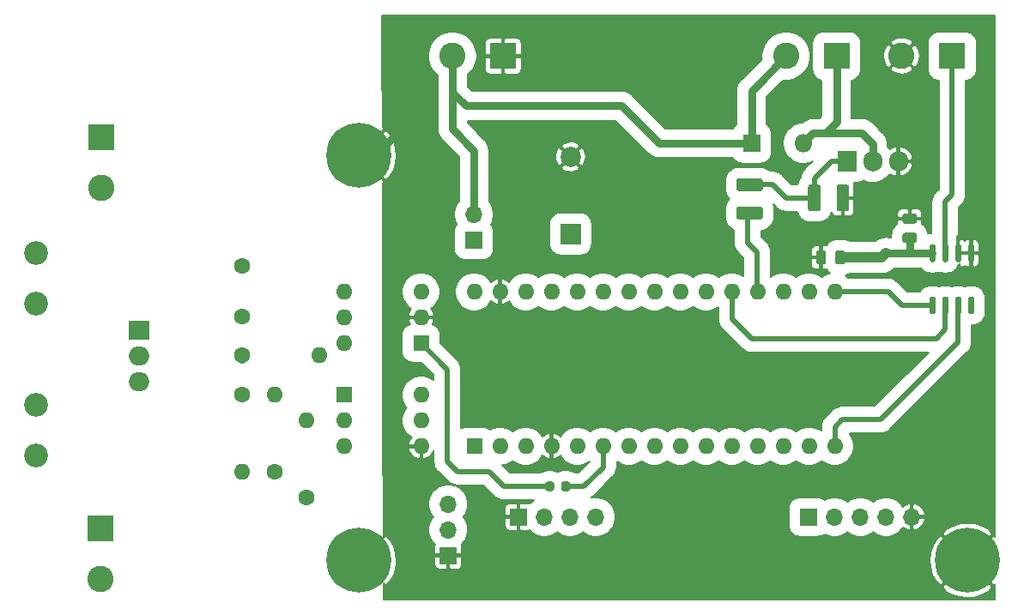
<source format=gbr>
G04 #@! TF.GenerationSoftware,KiCad,Pcbnew,(5.1.8-0-10_14)*
G04 #@! TF.CreationDate,2021-01-11T22:35:15+01:00*
G04 #@! TF.ProjectId,arduino_nano_reflow_TRIAC_v1_0,61726475-696e-46f5-9f6e-616e6f5f7265,1.0*
G04 #@! TF.SameCoordinates,Original*
G04 #@! TF.FileFunction,Copper,L1,Top*
G04 #@! TF.FilePolarity,Positive*
%FSLAX46Y46*%
G04 Gerber Fmt 4.6, Leading zero omitted, Abs format (unit mm)*
G04 Created by KiCad (PCBNEW (5.1.8-0-10_14)) date 2021-01-11 22:35:15*
%MOMM*%
%LPD*%
G01*
G04 APERTURE LIST*
G04 #@! TA.AperFunction,ComponentPad*
%ADD10C,2.600000*%
G04 #@! TD*
G04 #@! TA.AperFunction,ComponentPad*
%ADD11R,2.600000X2.600000*%
G04 #@! TD*
G04 #@! TA.AperFunction,ComponentPad*
%ADD12O,1.700000X1.700000*%
G04 #@! TD*
G04 #@! TA.AperFunction,ComponentPad*
%ADD13R,1.700000X1.700000*%
G04 #@! TD*
G04 #@! TA.AperFunction,ComponentPad*
%ADD14O,1.600000X1.600000*%
G04 #@! TD*
G04 #@! TA.AperFunction,ComponentPad*
%ADD15R,1.600000X1.600000*%
G04 #@! TD*
G04 #@! TA.AperFunction,ComponentPad*
%ADD16O,1.800000X1.800000*%
G04 #@! TD*
G04 #@! TA.AperFunction,ComponentPad*
%ADD17R,1.800000X1.800000*%
G04 #@! TD*
G04 #@! TA.AperFunction,ComponentPad*
%ADD18C,1.600000*%
G04 #@! TD*
G04 #@! TA.AperFunction,ComponentPad*
%ADD19O,2.000000X1.905000*%
G04 #@! TD*
G04 #@! TA.AperFunction,ComponentPad*
%ADD20R,2.000000X1.905000*%
G04 #@! TD*
G04 #@! TA.AperFunction,ComponentPad*
%ADD21C,6.400000*%
G04 #@! TD*
G04 #@! TA.AperFunction,ComponentPad*
%ADD22O,1.905000X2.000000*%
G04 #@! TD*
G04 #@! TA.AperFunction,ComponentPad*
%ADD23R,1.905000X2.000000*%
G04 #@! TD*
G04 #@! TA.AperFunction,ComponentPad*
%ADD24C,2.000000*%
G04 #@! TD*
G04 #@! TA.AperFunction,ComponentPad*
%ADD25R,2.000000X2.000000*%
G04 #@! TD*
G04 #@! TA.AperFunction,ComponentPad*
%ADD26C,2.350000*%
G04 #@! TD*
G04 #@! TA.AperFunction,ViaPad*
%ADD27C,0.600000*%
G04 #@! TD*
G04 #@! TA.AperFunction,Conductor*
%ADD28C,0.750000*%
G04 #@! TD*
G04 #@! TA.AperFunction,Conductor*
%ADD29C,0.300000*%
G04 #@! TD*
G04 #@! TA.AperFunction,Conductor*
%ADD30C,0.500000*%
G04 #@! TD*
G04 #@! TA.AperFunction,Conductor*
%ADD31C,1.000000*%
G04 #@! TD*
G04 #@! TA.AperFunction,Conductor*
%ADD32C,0.200000*%
G04 #@! TD*
G04 #@! TA.AperFunction,Conductor*
%ADD33C,0.100000*%
G04 #@! TD*
G04 APERTURE END LIST*
G04 #@! TA.AperFunction,SMDPad,CuDef*
G36*
G01*
X196723820Y-86939260D02*
X197023820Y-86939260D01*
G75*
G02*
X197173820Y-87089260I0J-150000D01*
G01*
X197173820Y-88539260D01*
G75*
G02*
X197023820Y-88689260I-150000J0D01*
G01*
X196723820Y-88689260D01*
G75*
G02*
X196573820Y-88539260I0J150000D01*
G01*
X196573820Y-87089260D01*
G75*
G02*
X196723820Y-86939260I150000J0D01*
G01*
G37*
G04 #@! TD.AperFunction*
G04 #@! TA.AperFunction,SMDPad,CuDef*
G36*
G01*
X195453820Y-86939260D02*
X195753820Y-86939260D01*
G75*
G02*
X195903820Y-87089260I0J-150000D01*
G01*
X195903820Y-88539260D01*
G75*
G02*
X195753820Y-88689260I-150000J0D01*
G01*
X195453820Y-88689260D01*
G75*
G02*
X195303820Y-88539260I0J150000D01*
G01*
X195303820Y-87089260D01*
G75*
G02*
X195453820Y-86939260I150000J0D01*
G01*
G37*
G04 #@! TD.AperFunction*
G04 #@! TA.AperFunction,SMDPad,CuDef*
G36*
G01*
X194183820Y-86939260D02*
X194483820Y-86939260D01*
G75*
G02*
X194633820Y-87089260I0J-150000D01*
G01*
X194633820Y-88539260D01*
G75*
G02*
X194483820Y-88689260I-150000J0D01*
G01*
X194183820Y-88689260D01*
G75*
G02*
X194033820Y-88539260I0J150000D01*
G01*
X194033820Y-87089260D01*
G75*
G02*
X194183820Y-86939260I150000J0D01*
G01*
G37*
G04 #@! TD.AperFunction*
G04 #@! TA.AperFunction,SMDPad,CuDef*
G36*
G01*
X192913820Y-86939260D02*
X193213820Y-86939260D01*
G75*
G02*
X193363820Y-87089260I0J-150000D01*
G01*
X193363820Y-88539260D01*
G75*
G02*
X193213820Y-88689260I-150000J0D01*
G01*
X192913820Y-88689260D01*
G75*
G02*
X192763820Y-88539260I0J150000D01*
G01*
X192763820Y-87089260D01*
G75*
G02*
X192913820Y-86939260I150000J0D01*
G01*
G37*
G04 #@! TD.AperFunction*
G04 #@! TA.AperFunction,SMDPad,CuDef*
G36*
G01*
X192913820Y-81789260D02*
X193213820Y-81789260D01*
G75*
G02*
X193363820Y-81939260I0J-150000D01*
G01*
X193363820Y-83389260D01*
G75*
G02*
X193213820Y-83539260I-150000J0D01*
G01*
X192913820Y-83539260D01*
G75*
G02*
X192763820Y-83389260I0J150000D01*
G01*
X192763820Y-81939260D01*
G75*
G02*
X192913820Y-81789260I150000J0D01*
G01*
G37*
G04 #@! TD.AperFunction*
G04 #@! TA.AperFunction,SMDPad,CuDef*
G36*
G01*
X194183820Y-81789260D02*
X194483820Y-81789260D01*
G75*
G02*
X194633820Y-81939260I0J-150000D01*
G01*
X194633820Y-83389260D01*
G75*
G02*
X194483820Y-83539260I-150000J0D01*
G01*
X194183820Y-83539260D01*
G75*
G02*
X194033820Y-83389260I0J150000D01*
G01*
X194033820Y-81939260D01*
G75*
G02*
X194183820Y-81789260I150000J0D01*
G01*
G37*
G04 #@! TD.AperFunction*
G04 #@! TA.AperFunction,SMDPad,CuDef*
G36*
G01*
X195453820Y-81789260D02*
X195753820Y-81789260D01*
G75*
G02*
X195903820Y-81939260I0J-150000D01*
G01*
X195903820Y-83389260D01*
G75*
G02*
X195753820Y-83539260I-150000J0D01*
G01*
X195453820Y-83539260D01*
G75*
G02*
X195303820Y-83389260I0J150000D01*
G01*
X195303820Y-81939260D01*
G75*
G02*
X195453820Y-81789260I150000J0D01*
G01*
G37*
G04 #@! TD.AperFunction*
G04 #@! TA.AperFunction,SMDPad,CuDef*
G36*
G01*
X196723820Y-81789260D02*
X197023820Y-81789260D01*
G75*
G02*
X197173820Y-81939260I0J-150000D01*
G01*
X197173820Y-83389260D01*
G75*
G02*
X197023820Y-83539260I-150000J0D01*
G01*
X196723820Y-83539260D01*
G75*
G02*
X196573820Y-83389260I0J150000D01*
G01*
X196573820Y-81939260D01*
G75*
G02*
X196723820Y-81789260I150000J0D01*
G01*
G37*
G04 #@! TD.AperFunction*
D10*
X190018820Y-63199260D03*
D11*
X195018820Y-63199260D03*
G04 #@! TA.AperFunction,SMDPad,CuDef*
G36*
G01*
X190343820Y-80649260D02*
X191293820Y-80649260D01*
G75*
G02*
X191543820Y-80899260I0J-250000D01*
G01*
X191543820Y-81399260D01*
G75*
G02*
X191293820Y-81649260I-250000J0D01*
G01*
X190343820Y-81649260D01*
G75*
G02*
X190093820Y-81399260I0J250000D01*
G01*
X190093820Y-80899260D01*
G75*
G02*
X190343820Y-80649260I250000J0D01*
G01*
G37*
G04 #@! TD.AperFunction*
G04 #@! TA.AperFunction,SMDPad,CuDef*
G36*
G01*
X190343820Y-78749260D02*
X191293820Y-78749260D01*
G75*
G02*
X191543820Y-78999260I0J-250000D01*
G01*
X191543820Y-79499260D01*
G75*
G02*
X191293820Y-79749260I-250000J0D01*
G01*
X190343820Y-79749260D01*
G75*
G02*
X190093820Y-79499260I0J250000D01*
G01*
X190093820Y-78999260D01*
G75*
G02*
X190343820Y-78749260I250000J0D01*
G01*
G37*
G04 #@! TD.AperFunction*
D12*
X159858820Y-108690000D03*
X157318820Y-108690000D03*
X154778820Y-108690000D03*
D13*
X152238820Y-108690000D03*
D10*
X178618820Y-63199260D03*
D11*
X183618820Y-63199260D03*
D14*
X183428820Y-86459260D03*
X183428820Y-101699260D03*
X147868820Y-86459260D03*
X180888820Y-101699260D03*
X150408820Y-86459260D03*
X178348820Y-101699260D03*
X152948820Y-86459260D03*
X175808820Y-101699260D03*
X155488820Y-86459260D03*
X173268820Y-101699260D03*
X158028820Y-86459260D03*
X170728820Y-101699260D03*
X160568820Y-86459260D03*
X168188820Y-101699260D03*
X163108820Y-86459260D03*
X165648820Y-101699260D03*
X165648820Y-86459260D03*
X163108820Y-101699260D03*
X168188820Y-86459260D03*
X160568820Y-101699260D03*
X170728820Y-86459260D03*
X158028820Y-101699260D03*
X173268820Y-86459260D03*
X155488820Y-101699260D03*
X175808820Y-86459260D03*
X152948820Y-101699260D03*
X178348820Y-86459260D03*
X150408820Y-101699260D03*
X180888820Y-86459260D03*
D15*
X147868820Y-101699260D03*
D16*
X180298820Y-71799260D03*
D17*
X175218820Y-71799260D03*
D18*
X124985000Y-88925000D03*
X124985000Y-83925000D03*
D14*
X132538820Y-92749260D03*
D18*
X124918820Y-92749260D03*
D14*
X124985000Y-104245000D03*
D18*
X124985000Y-96625000D03*
D14*
X134998820Y-91545000D03*
X142618820Y-86465000D03*
X134998820Y-89005000D03*
X142618820Y-89005000D03*
X134998820Y-86465000D03*
D15*
X142618820Y-91545000D03*
D14*
X142638820Y-96649260D03*
X135018820Y-101729260D03*
X142638820Y-99189260D03*
X135018820Y-99189260D03*
X142638820Y-101729260D03*
D15*
X135018820Y-96649260D03*
D19*
X114823820Y-95339260D03*
X114823820Y-92799260D03*
D20*
X114823820Y-90259260D03*
G04 #@! TA.AperFunction,SMDPad,CuDef*
G36*
G01*
X156443820Y-105930510D02*
X156443820Y-105418010D01*
G75*
G02*
X156662570Y-105199260I218750J0D01*
G01*
X157100070Y-105199260D01*
G75*
G02*
X157318820Y-105418010I0J-218750D01*
G01*
X157318820Y-105930510D01*
G75*
G02*
X157100070Y-106149260I-218750J0D01*
G01*
X156662570Y-106149260D01*
G75*
G02*
X156443820Y-105930510I0J218750D01*
G01*
G37*
G04 #@! TD.AperFunction*
G04 #@! TA.AperFunction,SMDPad,CuDef*
G36*
G01*
X154868820Y-105930510D02*
X154868820Y-105418010D01*
G75*
G02*
X155087570Y-105199260I218750J0D01*
G01*
X155525070Y-105199260D01*
G75*
G02*
X155743820Y-105418010I0J-218750D01*
G01*
X155743820Y-105930510D01*
G75*
G02*
X155525070Y-106149260I-218750J0D01*
G01*
X155087570Y-106149260D01*
G75*
G02*
X154868820Y-105930510I0J218750D01*
G01*
G37*
G04 #@! TD.AperFunction*
D21*
X136493140Y-72990980D03*
X136493140Y-112990980D03*
X196493140Y-112990980D03*
D22*
X189698820Y-73599260D03*
X187158820Y-73599260D03*
D23*
X184618820Y-73599260D03*
D14*
X128160000Y-96625000D03*
D18*
X128160000Y-104245000D03*
D14*
X131335000Y-99165000D03*
D18*
X131335000Y-106785000D03*
D24*
X157370000Y-73150000D03*
D25*
X157370000Y-80750000D03*
G04 #@! TA.AperFunction,SMDPad,CuDef*
G36*
G01*
X183468820Y-83530510D02*
X183468820Y-82618010D01*
G75*
G02*
X183712570Y-82374260I243750J0D01*
G01*
X184200070Y-82374260D01*
G75*
G02*
X184443820Y-82618010I0J-243750D01*
G01*
X184443820Y-83530510D01*
G75*
G02*
X184200070Y-83774260I-243750J0D01*
G01*
X183712570Y-83774260D01*
G75*
G02*
X183468820Y-83530510I0J243750D01*
G01*
G37*
G04 #@! TD.AperFunction*
G04 #@! TA.AperFunction,SMDPad,CuDef*
G36*
G01*
X181593820Y-83530510D02*
X181593820Y-82618010D01*
G75*
G02*
X181837570Y-82374260I243750J0D01*
G01*
X182325070Y-82374260D01*
G75*
G02*
X182568820Y-82618010I0J-243750D01*
G01*
X182568820Y-83530510D01*
G75*
G02*
X182325070Y-83774260I-243750J0D01*
G01*
X181837570Y-83774260D01*
G75*
G02*
X181593820Y-83530510I0J243750D01*
G01*
G37*
G04 #@! TD.AperFunction*
G04 #@! TA.AperFunction,SMDPad,CuDef*
G36*
G01*
X176093820Y-76524260D02*
X173943820Y-76524260D01*
G75*
G02*
X173693820Y-76274260I0J250000D01*
G01*
X173693820Y-75524260D01*
G75*
G02*
X173943820Y-75274260I250000J0D01*
G01*
X176093820Y-75274260D01*
G75*
G02*
X176343820Y-75524260I0J-250000D01*
G01*
X176343820Y-76274260D01*
G75*
G02*
X176093820Y-76524260I-250000J0D01*
G01*
G37*
G04 #@! TD.AperFunction*
G04 #@! TA.AperFunction,SMDPad,CuDef*
G36*
G01*
X176093820Y-79324260D02*
X173943820Y-79324260D01*
G75*
G02*
X173693820Y-79074260I0J250000D01*
G01*
X173693820Y-78324260D01*
G75*
G02*
X173943820Y-78074260I250000J0D01*
G01*
X176093820Y-78074260D01*
G75*
G02*
X176343820Y-78324260I0J-250000D01*
G01*
X176343820Y-79074260D01*
G75*
G02*
X176093820Y-79324260I-250000J0D01*
G01*
G37*
G04 #@! TD.AperFunction*
G04 #@! TA.AperFunction,SMDPad,CuDef*
G36*
G01*
X182043820Y-76124260D02*
X182043820Y-78274260D01*
G75*
G02*
X181793820Y-78524260I-250000J0D01*
G01*
X181043820Y-78524260D01*
G75*
G02*
X180793820Y-78274260I0J250000D01*
G01*
X180793820Y-76124260D01*
G75*
G02*
X181043820Y-75874260I250000J0D01*
G01*
X181793820Y-75874260D01*
G75*
G02*
X182043820Y-76124260I0J-250000D01*
G01*
G37*
G04 #@! TD.AperFunction*
G04 #@! TA.AperFunction,SMDPad,CuDef*
G36*
G01*
X184843820Y-76124260D02*
X184843820Y-78274260D01*
G75*
G02*
X184593820Y-78524260I-250000J0D01*
G01*
X183843820Y-78524260D01*
G75*
G02*
X183593820Y-78274260I0J250000D01*
G01*
X183593820Y-76124260D01*
G75*
G02*
X183843820Y-75874260I250000J0D01*
G01*
X184593820Y-75874260D01*
G75*
G02*
X184843820Y-76124260I0J-250000D01*
G01*
G37*
G04 #@! TD.AperFunction*
D12*
X191025000Y-108690000D03*
X188485000Y-108690000D03*
X185945000Y-108690000D03*
X183405000Y-108690000D03*
D13*
X180865000Y-108690000D03*
D10*
X110993820Y-114824260D03*
D11*
X110993820Y-109824260D03*
D10*
X111093820Y-76174260D03*
D11*
X111093820Y-71174260D03*
D10*
X145718820Y-63199260D03*
D11*
X150718820Y-63199260D03*
D13*
X147845000Y-81385000D03*
D12*
X147845000Y-78845000D03*
D13*
X145305000Y-112500000D03*
D12*
X145305000Y-109960000D03*
X145305000Y-107420000D03*
D26*
X104663820Y-97639260D03*
X104663820Y-102639260D03*
X104663820Y-87639260D03*
X104663820Y-82639260D03*
D27*
X140604820Y-70447260D03*
X188485000Y-82655000D03*
D28*
X138061100Y-72990980D02*
X140604820Y-70447260D01*
X136493140Y-72990980D02*
X138061100Y-72990980D01*
D29*
X195603820Y-82664260D02*
X195603820Y-81014260D01*
X195603820Y-81014260D02*
X195918820Y-80699260D01*
X195918820Y-80699260D02*
X196618820Y-80699260D01*
X196873820Y-80954260D02*
X196873820Y-82664260D01*
X196618820Y-80699260D02*
X196873820Y-80954260D01*
D30*
X195603820Y-87814260D02*
X195603820Y-91414260D01*
X195603820Y-91414260D02*
X187918820Y-99099260D01*
X187918820Y-99099260D02*
X184118820Y-99099260D01*
X183428820Y-99789260D02*
X183428820Y-101699260D01*
X184118820Y-99099260D02*
X183428820Y-99789260D01*
D31*
X188065740Y-83074260D02*
X188485000Y-82655000D01*
X183956320Y-83074260D02*
X188065740Y-83074260D01*
D28*
X193054560Y-82655000D02*
X193063820Y-82664260D01*
X190818820Y-82599260D02*
X190874560Y-82655000D01*
X190818820Y-81149260D02*
X190818820Y-82599260D01*
X190874560Y-82655000D02*
X193054560Y-82655000D01*
X188485000Y-82655000D02*
X190874560Y-82655000D01*
X147845000Y-78845000D02*
X147845000Y-72525440D01*
X147845000Y-72525440D02*
X145718820Y-70399260D01*
X175218820Y-71799260D02*
X166118820Y-71799260D01*
X166118820Y-71799260D02*
X162418820Y-68099260D01*
X147018820Y-68099260D02*
X145718820Y-66799260D01*
X162418820Y-68099260D02*
X147018820Y-68099260D01*
X145718820Y-70399260D02*
X145718820Y-66799260D01*
X145718820Y-66799260D02*
X145718820Y-63199260D01*
X175218820Y-66599260D02*
X178618820Y-63199260D01*
X175218820Y-71799260D02*
X175218820Y-66599260D01*
D30*
X194333820Y-87814260D02*
X194333820Y-90184260D01*
X194333820Y-90184260D02*
X193418820Y-91099260D01*
X193418820Y-91099260D02*
X175218820Y-91099260D01*
X173268820Y-89149260D02*
X173268820Y-86459260D01*
X175218820Y-91099260D02*
X173268820Y-89149260D01*
X183428820Y-86459260D02*
X188678820Y-86459260D01*
X190033820Y-87814260D02*
X193063820Y-87814260D01*
X188678820Y-86459260D02*
X190033820Y-87814260D01*
X175785000Y-86465000D02*
X175785000Y-82565440D01*
X174818820Y-81599260D02*
X174818820Y-78349260D01*
X175785000Y-82565440D02*
X174818820Y-81599260D01*
D28*
X187158820Y-71849260D02*
X186108820Y-70799260D01*
X187158820Y-73599260D02*
X187158820Y-71849260D01*
X181298820Y-70799260D02*
X180298820Y-71799260D01*
X186108820Y-70799260D02*
X182518820Y-70799260D01*
X183618820Y-69699260D02*
X182518820Y-70799260D01*
X183618820Y-63199260D02*
X183618820Y-69699260D01*
X182518820Y-70799260D02*
X181298820Y-70799260D01*
D30*
X156881320Y-105674260D02*
X158668820Y-105674260D01*
X160568820Y-103774260D02*
X160568820Y-101699260D01*
X158668820Y-105674260D02*
X160568820Y-103774260D01*
D31*
X124985000Y-92483080D02*
X124718820Y-92749260D01*
X124985000Y-93015440D02*
X124718820Y-92749260D01*
D30*
X145218820Y-94145000D02*
X142618820Y-91545000D01*
X145218820Y-103249260D02*
X145218820Y-94145000D01*
X149318820Y-104199260D02*
X146168820Y-104199260D01*
X146168820Y-104199260D02*
X145218820Y-103249260D01*
X150793820Y-105674260D02*
X149318820Y-104199260D01*
X155306320Y-105674260D02*
X150793820Y-105674260D01*
X175018820Y-75899260D02*
X177318820Y-75899260D01*
X178618820Y-77199260D02*
X181418820Y-77199260D01*
X177318820Y-75899260D02*
X178618820Y-77199260D01*
X181418820Y-77199260D02*
X181418820Y-75299260D01*
X183118820Y-73599260D02*
X184618820Y-73599260D01*
X181418820Y-75299260D02*
X183118820Y-73599260D01*
X195018820Y-63199260D02*
X195018820Y-76899260D01*
X194333820Y-77584260D02*
X194333820Y-82664260D01*
X195018820Y-76899260D02*
X194333820Y-77584260D01*
D32*
X199243820Y-110634740D02*
X199103432Y-110522109D01*
X196634561Y-112990980D01*
X199103432Y-115459851D01*
X199243820Y-115347220D01*
X199243820Y-116824714D01*
X198501429Y-116825000D01*
X138919885Y-116825000D01*
X138917091Y-115657262D01*
X138962011Y-115601272D01*
X194024269Y-115601272D01*
X194389504Y-116056518D01*
X195027982Y-116408013D01*
X195722764Y-116628194D01*
X196447152Y-116708599D01*
X197173307Y-116646137D01*
X197873323Y-116443211D01*
X198520301Y-116107617D01*
X198596776Y-116056518D01*
X198962011Y-115601272D01*
X196493140Y-113132401D01*
X194024269Y-115601272D01*
X138962011Y-115601272D01*
X138916849Y-115556110D01*
X138916171Y-115272590D01*
X139103432Y-115459851D01*
X139558678Y-115094616D01*
X139910173Y-114456138D01*
X140130354Y-113761356D01*
X140176013Y-113350000D01*
X143952581Y-113350000D01*
X143962235Y-113448017D01*
X143990825Y-113542267D01*
X144037254Y-113629129D01*
X144099736Y-113705264D01*
X144175871Y-113767746D01*
X144262733Y-113814175D01*
X144356983Y-113842765D01*
X144455000Y-113852419D01*
X145080000Y-113850000D01*
X145205000Y-113725000D01*
X145205000Y-112600000D01*
X145405000Y-112600000D01*
X145405000Y-113725000D01*
X145530000Y-113850000D01*
X146155000Y-113852419D01*
X146253017Y-113842765D01*
X146347267Y-113814175D01*
X146434129Y-113767746D01*
X146510264Y-113705264D01*
X146572746Y-113629129D01*
X146619175Y-113542267D01*
X146647765Y-113448017D01*
X146657419Y-113350000D01*
X146655852Y-112944992D01*
X192775521Y-112944992D01*
X192837983Y-113671147D01*
X193040909Y-114371163D01*
X193376503Y-115018141D01*
X193427602Y-115094616D01*
X193882848Y-115459851D01*
X196351719Y-112990980D01*
X193882848Y-110522109D01*
X193427602Y-110887344D01*
X193076107Y-111525822D01*
X192855926Y-112220604D01*
X192775521Y-112944992D01*
X146655852Y-112944992D01*
X146655000Y-112725000D01*
X146530000Y-112600000D01*
X145405000Y-112600000D01*
X145205000Y-112600000D01*
X144080000Y-112600000D01*
X143955000Y-112725000D01*
X143952581Y-113350000D01*
X140176013Y-113350000D01*
X140210759Y-113036968D01*
X140148297Y-112310813D01*
X139945371Y-111610797D01*
X139609777Y-110963819D01*
X139558678Y-110887344D01*
X139103432Y-110522109D01*
X138905278Y-110720263D01*
X138904603Y-110438096D01*
X138962011Y-110380688D01*
X138904293Y-110308746D01*
X138896922Y-107227942D01*
X143355000Y-107227942D01*
X143355000Y-107612058D01*
X143429938Y-107988794D01*
X143576933Y-108343671D01*
X143790336Y-108663052D01*
X143817284Y-108690000D01*
X143790336Y-108716948D01*
X143576933Y-109036329D01*
X143429938Y-109391206D01*
X143355000Y-109767942D01*
X143355000Y-110152058D01*
X143429938Y-110528794D01*
X143576933Y-110883671D01*
X143790336Y-111203052D01*
X144009702Y-111422418D01*
X143990825Y-111457733D01*
X143962235Y-111551983D01*
X143952581Y-111650000D01*
X143955000Y-112275000D01*
X144080000Y-112400000D01*
X145205000Y-112400000D01*
X145205000Y-112380000D01*
X145405000Y-112380000D01*
X145405000Y-112400000D01*
X146530000Y-112400000D01*
X146655000Y-112275000D01*
X146657419Y-111650000D01*
X146647765Y-111551983D01*
X146619175Y-111457733D01*
X146600298Y-111422418D01*
X146819664Y-111203052D01*
X147033067Y-110883671D01*
X147180062Y-110528794D01*
X147255000Y-110152058D01*
X147255000Y-109767942D01*
X147209660Y-109540000D01*
X150886401Y-109540000D01*
X150896055Y-109638017D01*
X150924645Y-109732267D01*
X150971074Y-109819129D01*
X151033556Y-109895264D01*
X151109691Y-109957746D01*
X151196553Y-110004175D01*
X151290803Y-110032765D01*
X151388820Y-110042419D01*
X152013820Y-110040000D01*
X152138820Y-109915000D01*
X152138820Y-108790000D01*
X151013820Y-108790000D01*
X150888820Y-108915000D01*
X150886401Y-109540000D01*
X147209660Y-109540000D01*
X147180062Y-109391206D01*
X147033067Y-109036329D01*
X146819664Y-108716948D01*
X146792716Y-108690000D01*
X146819664Y-108663052D01*
X147033067Y-108343671D01*
X147180062Y-107988794D01*
X147209659Y-107840000D01*
X150886401Y-107840000D01*
X150888820Y-108465000D01*
X151013820Y-108590000D01*
X152138820Y-108590000D01*
X152138820Y-107465000D01*
X152013820Y-107340000D01*
X151388820Y-107337581D01*
X151290803Y-107347235D01*
X151196553Y-107375825D01*
X151109691Y-107422254D01*
X151033556Y-107484736D01*
X150971074Y-107560871D01*
X150924645Y-107647733D01*
X150896055Y-107741983D01*
X150886401Y-107840000D01*
X147209659Y-107840000D01*
X147255000Y-107612058D01*
X147255000Y-107227942D01*
X147180062Y-106851206D01*
X147033067Y-106496329D01*
X146819664Y-106176948D01*
X146548052Y-105905336D01*
X146228671Y-105691933D01*
X145873794Y-105544938D01*
X145497058Y-105470000D01*
X145112942Y-105470000D01*
X144736206Y-105544938D01*
X144381329Y-105691933D01*
X144061948Y-105905336D01*
X143790336Y-106176948D01*
X143576933Y-106496329D01*
X143429938Y-106851206D01*
X143355000Y-107227942D01*
X138896922Y-107227942D01*
X138884486Y-102030791D01*
X141374273Y-102030791D01*
X141419862Y-102181092D01*
X141531432Y-102410217D01*
X141685558Y-102613173D01*
X141876318Y-102782161D01*
X142096380Y-102910687D01*
X142337288Y-102993811D01*
X142538820Y-102900412D01*
X142538820Y-101829260D01*
X141468083Y-101829260D01*
X141374273Y-102030791D01*
X138884486Y-102030791D01*
X138857482Y-90745000D01*
X140713498Y-90745000D01*
X140713498Y-92345000D01*
X140734736Y-92560638D01*
X140797636Y-92767988D01*
X140899778Y-92959084D01*
X141037239Y-93126581D01*
X141204736Y-93264042D01*
X141395832Y-93366184D01*
X141603182Y-93429084D01*
X141818820Y-93450322D01*
X142614954Y-93450322D01*
X143868821Y-94704189D01*
X143868821Y-95192256D01*
X143849999Y-95173434D01*
X143538807Y-94965502D01*
X143193029Y-94822276D01*
X142825954Y-94749260D01*
X142451686Y-94749260D01*
X142084611Y-94822276D01*
X141738833Y-94965502D01*
X141427641Y-95173434D01*
X141162994Y-95438081D01*
X140955062Y-95749273D01*
X140811836Y-96095051D01*
X140738820Y-96462126D01*
X140738820Y-96836394D01*
X140811836Y-97203469D01*
X140955062Y-97549247D01*
X141162994Y-97860439D01*
X141221815Y-97919260D01*
X141162994Y-97978081D01*
X140955062Y-98289273D01*
X140811836Y-98635051D01*
X140738820Y-99002126D01*
X140738820Y-99376394D01*
X140811836Y-99743469D01*
X140955062Y-100089247D01*
X141162994Y-100400439D01*
X141427641Y-100665086D01*
X141690658Y-100840829D01*
X141685558Y-100845347D01*
X141531432Y-101048303D01*
X141419862Y-101277428D01*
X141374273Y-101427729D01*
X141468083Y-101629260D01*
X142538820Y-101629260D01*
X142538820Y-101609260D01*
X142738820Y-101609260D01*
X142738820Y-101629260D01*
X142758820Y-101629260D01*
X142758820Y-101829260D01*
X142738820Y-101829260D01*
X142738820Y-102900412D01*
X142940352Y-102993811D01*
X143181260Y-102910687D01*
X143401322Y-102782161D01*
X143592082Y-102613173D01*
X143746208Y-102410217D01*
X143857778Y-102181092D01*
X143868820Y-102144688D01*
X143868820Y-103182941D01*
X143862288Y-103249260D01*
X143868820Y-103315579D01*
X143868820Y-103315580D01*
X143888353Y-103513905D01*
X143965548Y-103768381D01*
X144004139Y-103840580D01*
X144090905Y-104002909D01*
X144217330Y-104156958D01*
X144217333Y-104156961D01*
X144259607Y-104208472D01*
X144311119Y-104250747D01*
X145167333Y-105106962D01*
X145209607Y-105158473D01*
X145261118Y-105200747D01*
X145261121Y-105200750D01*
X145415170Y-105327175D01*
X145540527Y-105394179D01*
X145649698Y-105452532D01*
X145904174Y-105529727D01*
X146102499Y-105549260D01*
X146102501Y-105549260D01*
X146168820Y-105555792D01*
X146235139Y-105549260D01*
X148759632Y-105549260D01*
X149792333Y-106581962D01*
X149834607Y-106633473D01*
X149886118Y-106675747D01*
X149886121Y-106675750D01*
X150040170Y-106802175D01*
X150161020Y-106866770D01*
X150274698Y-106927532D01*
X150529174Y-107004727D01*
X150727499Y-107024260D01*
X150727500Y-107024260D01*
X150793819Y-107030792D01*
X150860138Y-107024260D01*
X153761870Y-107024260D01*
X153535768Y-107175336D01*
X153316402Y-107394702D01*
X153281087Y-107375825D01*
X153186837Y-107347235D01*
X153088820Y-107337581D01*
X152463820Y-107340000D01*
X152338820Y-107465000D01*
X152338820Y-108590000D01*
X152358820Y-108590000D01*
X152358820Y-108790000D01*
X152338820Y-108790000D01*
X152338820Y-109915000D01*
X152463820Y-110040000D01*
X153088820Y-110042419D01*
X153186837Y-110032765D01*
X153281087Y-110004175D01*
X153316402Y-109985298D01*
X153535768Y-110204664D01*
X153855149Y-110418067D01*
X154210026Y-110565062D01*
X154586762Y-110640000D01*
X154970878Y-110640000D01*
X155347614Y-110565062D01*
X155702491Y-110418067D01*
X156021872Y-110204664D01*
X156048820Y-110177716D01*
X156075768Y-110204664D01*
X156395149Y-110418067D01*
X156750026Y-110565062D01*
X157126762Y-110640000D01*
X157510878Y-110640000D01*
X157887614Y-110565062D01*
X158242491Y-110418067D01*
X158561872Y-110204664D01*
X158588820Y-110177716D01*
X158615768Y-110204664D01*
X158935149Y-110418067D01*
X159290026Y-110565062D01*
X159666762Y-110640000D01*
X160050878Y-110640000D01*
X160427614Y-110565062D01*
X160782491Y-110418067D01*
X161101872Y-110204664D01*
X161373484Y-109933052D01*
X161586887Y-109613671D01*
X161733882Y-109258794D01*
X161808820Y-108882058D01*
X161808820Y-108497942D01*
X161733882Y-108121206D01*
X161617403Y-107840000D01*
X178909678Y-107840000D01*
X178909678Y-109540000D01*
X178930916Y-109755638D01*
X178993816Y-109962988D01*
X179095958Y-110154084D01*
X179233419Y-110321581D01*
X179400916Y-110459042D01*
X179592012Y-110561184D01*
X179799362Y-110624084D01*
X180015000Y-110645322D01*
X181715000Y-110645322D01*
X181930638Y-110624084D01*
X182137988Y-110561184D01*
X182329084Y-110459042D01*
X182424931Y-110380383D01*
X182481329Y-110418067D01*
X182836206Y-110565062D01*
X183212942Y-110640000D01*
X183597058Y-110640000D01*
X183973794Y-110565062D01*
X184328671Y-110418067D01*
X184648052Y-110204664D01*
X184675000Y-110177716D01*
X184701948Y-110204664D01*
X185021329Y-110418067D01*
X185376206Y-110565062D01*
X185752942Y-110640000D01*
X186137058Y-110640000D01*
X186513794Y-110565062D01*
X186868671Y-110418067D01*
X187188052Y-110204664D01*
X187215000Y-110177716D01*
X187241948Y-110204664D01*
X187561329Y-110418067D01*
X187916206Y-110565062D01*
X188292942Y-110640000D01*
X188677058Y-110640000D01*
X189053794Y-110565062D01*
X189408671Y-110418067D01*
X189464612Y-110380688D01*
X194024269Y-110380688D01*
X196493140Y-112849559D01*
X198962011Y-110380688D01*
X198596776Y-109925442D01*
X197958298Y-109573947D01*
X197263516Y-109353766D01*
X196539128Y-109273361D01*
X195812973Y-109335823D01*
X195112957Y-109538749D01*
X194465979Y-109874343D01*
X194389504Y-109925442D01*
X194024269Y-110380688D01*
X189464612Y-110380688D01*
X189728052Y-110204664D01*
X189999664Y-109933052D01*
X190148152Y-109710823D01*
X190314570Y-109837954D01*
X190552175Y-109954494D01*
X190715625Y-110004072D01*
X190925000Y-109910912D01*
X190925000Y-108790000D01*
X191125000Y-108790000D01*
X191125000Y-109910912D01*
X191334375Y-110004072D01*
X191497825Y-109954494D01*
X191735430Y-109837954D01*
X191945734Y-109677298D01*
X192120655Y-109478701D01*
X192253470Y-109249795D01*
X192339076Y-108999376D01*
X192246295Y-108790000D01*
X191125000Y-108790000D01*
X190925000Y-108790000D01*
X190905000Y-108790000D01*
X190905000Y-108590000D01*
X190925000Y-108590000D01*
X190925000Y-107469088D01*
X191125000Y-107469088D01*
X191125000Y-108590000D01*
X192246295Y-108590000D01*
X192339076Y-108380624D01*
X192253470Y-108130205D01*
X192120655Y-107901299D01*
X191945734Y-107702702D01*
X191735430Y-107542046D01*
X191497825Y-107425506D01*
X191334375Y-107375928D01*
X191125000Y-107469088D01*
X190925000Y-107469088D01*
X190715625Y-107375928D01*
X190552175Y-107425506D01*
X190314570Y-107542046D01*
X190148152Y-107669177D01*
X189999664Y-107446948D01*
X189728052Y-107175336D01*
X189408671Y-106961933D01*
X189053794Y-106814938D01*
X188677058Y-106740000D01*
X188292942Y-106740000D01*
X187916206Y-106814938D01*
X187561329Y-106961933D01*
X187241948Y-107175336D01*
X187215000Y-107202284D01*
X187188052Y-107175336D01*
X186868671Y-106961933D01*
X186513794Y-106814938D01*
X186137058Y-106740000D01*
X185752942Y-106740000D01*
X185376206Y-106814938D01*
X185021329Y-106961933D01*
X184701948Y-107175336D01*
X184675000Y-107202284D01*
X184648052Y-107175336D01*
X184328671Y-106961933D01*
X183973794Y-106814938D01*
X183597058Y-106740000D01*
X183212942Y-106740000D01*
X182836206Y-106814938D01*
X182481329Y-106961933D01*
X182424931Y-106999617D01*
X182329084Y-106920958D01*
X182137988Y-106818816D01*
X181930638Y-106755916D01*
X181715000Y-106734678D01*
X180015000Y-106734678D01*
X179799362Y-106755916D01*
X179592012Y-106818816D01*
X179400916Y-106920958D01*
X179233419Y-107058419D01*
X179095958Y-107225916D01*
X178993816Y-107417012D01*
X178930916Y-107624362D01*
X178909678Y-107840000D01*
X161617403Y-107840000D01*
X161586887Y-107766329D01*
X161373484Y-107446948D01*
X161101872Y-107175336D01*
X160782491Y-106961933D01*
X160427614Y-106814938D01*
X160050878Y-106740000D01*
X159666762Y-106740000D01*
X159444313Y-106784248D01*
X159628033Y-106633473D01*
X159670311Y-106581957D01*
X161476521Y-104775747D01*
X161528032Y-104733473D01*
X161632818Y-104605792D01*
X161696735Y-104527910D01*
X161822091Y-104293383D01*
X161822092Y-104293382D01*
X161899287Y-104038906D01*
X161918820Y-103840581D01*
X161918820Y-103840579D01*
X161925352Y-103774260D01*
X161918820Y-103707941D01*
X161918820Y-103189237D01*
X162208833Y-103383018D01*
X162554611Y-103526244D01*
X162921686Y-103599260D01*
X163295954Y-103599260D01*
X163663029Y-103526244D01*
X164008807Y-103383018D01*
X164319999Y-103175086D01*
X164378820Y-103116265D01*
X164437641Y-103175086D01*
X164748833Y-103383018D01*
X165094611Y-103526244D01*
X165461686Y-103599260D01*
X165835954Y-103599260D01*
X166203029Y-103526244D01*
X166548807Y-103383018D01*
X166859999Y-103175086D01*
X166918820Y-103116265D01*
X166977641Y-103175086D01*
X167288833Y-103383018D01*
X167634611Y-103526244D01*
X168001686Y-103599260D01*
X168375954Y-103599260D01*
X168743029Y-103526244D01*
X169088807Y-103383018D01*
X169399999Y-103175086D01*
X169458820Y-103116265D01*
X169517641Y-103175086D01*
X169828833Y-103383018D01*
X170174611Y-103526244D01*
X170541686Y-103599260D01*
X170915954Y-103599260D01*
X171283029Y-103526244D01*
X171628807Y-103383018D01*
X171939999Y-103175086D01*
X171998820Y-103116265D01*
X172057641Y-103175086D01*
X172368833Y-103383018D01*
X172714611Y-103526244D01*
X173081686Y-103599260D01*
X173455954Y-103599260D01*
X173823029Y-103526244D01*
X174168807Y-103383018D01*
X174479999Y-103175086D01*
X174538820Y-103116265D01*
X174597641Y-103175086D01*
X174908833Y-103383018D01*
X175254611Y-103526244D01*
X175621686Y-103599260D01*
X175995954Y-103599260D01*
X176363029Y-103526244D01*
X176708807Y-103383018D01*
X177019999Y-103175086D01*
X177078820Y-103116265D01*
X177137641Y-103175086D01*
X177448833Y-103383018D01*
X177794611Y-103526244D01*
X178161686Y-103599260D01*
X178535954Y-103599260D01*
X178903029Y-103526244D01*
X179248807Y-103383018D01*
X179559999Y-103175086D01*
X179618820Y-103116265D01*
X179677641Y-103175086D01*
X179988833Y-103383018D01*
X180334611Y-103526244D01*
X180701686Y-103599260D01*
X181075954Y-103599260D01*
X181443029Y-103526244D01*
X181788807Y-103383018D01*
X182099999Y-103175086D01*
X182158820Y-103116265D01*
X182217641Y-103175086D01*
X182528833Y-103383018D01*
X182874611Y-103526244D01*
X183241686Y-103599260D01*
X183615954Y-103599260D01*
X183983029Y-103526244D01*
X184328807Y-103383018D01*
X184639999Y-103175086D01*
X184904646Y-102910439D01*
X185112578Y-102599247D01*
X185255804Y-102253469D01*
X185328820Y-101886394D01*
X185328820Y-101512126D01*
X185255804Y-101145051D01*
X185112578Y-100799273D01*
X184904646Y-100488081D01*
X184865825Y-100449260D01*
X187852501Y-100449260D01*
X187918820Y-100455792D01*
X187985139Y-100449260D01*
X187985141Y-100449260D01*
X188183466Y-100429727D01*
X188437942Y-100352532D01*
X188672469Y-100227175D01*
X188878033Y-100058473D01*
X188920311Y-100006957D01*
X196511522Y-92415747D01*
X196563033Y-92373473D01*
X196605307Y-92321962D01*
X196605310Y-92321959D01*
X196731735Y-92167910D01*
X196857091Y-91933383D01*
X196857092Y-91933382D01*
X196934287Y-91678906D01*
X196953820Y-91480581D01*
X196953820Y-91480572D01*
X196960351Y-91414261D01*
X196953820Y-91347950D01*
X196953820Y-89794582D01*
X197023820Y-89794582D01*
X197268721Y-89770461D01*
X197504211Y-89699026D01*
X197721240Y-89583022D01*
X197911467Y-89426907D01*
X198067582Y-89236680D01*
X198183586Y-89019651D01*
X198255021Y-88784161D01*
X198279142Y-88539260D01*
X198279142Y-87089260D01*
X198255021Y-86844359D01*
X198183586Y-86608869D01*
X198067582Y-86391840D01*
X197911467Y-86201613D01*
X197721240Y-86045498D01*
X197504211Y-85929494D01*
X197268721Y-85858059D01*
X197023820Y-85833938D01*
X196723820Y-85833938D01*
X196478919Y-85858059D01*
X196243429Y-85929494D01*
X196238820Y-85931958D01*
X196234211Y-85929494D01*
X195998721Y-85858059D01*
X195753820Y-85833938D01*
X195453820Y-85833938D01*
X195208919Y-85858059D01*
X194973429Y-85929494D01*
X194968820Y-85931958D01*
X194964211Y-85929494D01*
X194728721Y-85858059D01*
X194483820Y-85833938D01*
X194183820Y-85833938D01*
X193938919Y-85858059D01*
X193703429Y-85929494D01*
X193698820Y-85931958D01*
X193694211Y-85929494D01*
X193458721Y-85858059D01*
X193213820Y-85833938D01*
X192913820Y-85833938D01*
X192668919Y-85858059D01*
X192433429Y-85929494D01*
X192216400Y-86045498D01*
X192026173Y-86201613D01*
X191870058Y-86391840D01*
X191831349Y-86464260D01*
X190593008Y-86464260D01*
X189680311Y-85551563D01*
X189638033Y-85500047D01*
X189432469Y-85331345D01*
X189197942Y-85205988D01*
X188943466Y-85128793D01*
X188745141Y-85109260D01*
X188745139Y-85109260D01*
X188678820Y-85102728D01*
X188612501Y-85109260D01*
X184765825Y-85109260D01*
X184639999Y-84983434D01*
X184448025Y-84855161D01*
X184463261Y-84853660D01*
X184716338Y-84776890D01*
X184908344Y-84674260D01*
X187987146Y-84674260D01*
X188065740Y-84682001D01*
X188144334Y-84674260D01*
X188144337Y-84674260D01*
X188379395Y-84651109D01*
X188680996Y-84559619D01*
X188958953Y-84411048D01*
X189202585Y-84211105D01*
X189252693Y-84150048D01*
X189272741Y-84130000D01*
X190802114Y-84130000D01*
X190874559Y-84137135D01*
X190947004Y-84130000D01*
X191905610Y-84130000D01*
X192026173Y-84276907D01*
X192216400Y-84433022D01*
X192433429Y-84549026D01*
X192668919Y-84620461D01*
X192913820Y-84644582D01*
X193213820Y-84644582D01*
X193458721Y-84620461D01*
X193694211Y-84549026D01*
X193698820Y-84546562D01*
X193703429Y-84549026D01*
X193938919Y-84620461D01*
X194183820Y-84644582D01*
X194483820Y-84644582D01*
X194728721Y-84620461D01*
X194964211Y-84549026D01*
X195181240Y-84433022D01*
X195371467Y-84276907D01*
X195527582Y-84086680D01*
X195643586Y-83869651D01*
X195703820Y-83671086D01*
X195703820Y-83914260D01*
X195828820Y-84039260D01*
X195903820Y-84041679D01*
X196001837Y-84032025D01*
X196096087Y-84003435D01*
X196182949Y-83957006D01*
X196238820Y-83911154D01*
X196294691Y-83957006D01*
X196381553Y-84003435D01*
X196475803Y-84032025D01*
X196573820Y-84041679D01*
X196648820Y-84039260D01*
X196773820Y-83914260D01*
X196773820Y-82764260D01*
X196973820Y-82764260D01*
X196973820Y-83914260D01*
X197098820Y-84039260D01*
X197173820Y-84041679D01*
X197271837Y-84032025D01*
X197366087Y-84003435D01*
X197452949Y-83957006D01*
X197529084Y-83894524D01*
X197591566Y-83818389D01*
X197637995Y-83731527D01*
X197666585Y-83637277D01*
X197676239Y-83539260D01*
X197673820Y-82889260D01*
X197548820Y-82764260D01*
X196973820Y-82764260D01*
X196773820Y-82764260D01*
X195739142Y-82764260D01*
X195739142Y-82564260D01*
X196773820Y-82564260D01*
X196773820Y-81414260D01*
X196973820Y-81414260D01*
X196973820Y-82564260D01*
X197548820Y-82564260D01*
X197673820Y-82439260D01*
X197676239Y-81789260D01*
X197666585Y-81691243D01*
X197637995Y-81596993D01*
X197591566Y-81510131D01*
X197529084Y-81433996D01*
X197452949Y-81371514D01*
X197366087Y-81325085D01*
X197271837Y-81296495D01*
X197173820Y-81286841D01*
X197098820Y-81289260D01*
X196973820Y-81414260D01*
X196773820Y-81414260D01*
X196648820Y-81289260D01*
X196573820Y-81286841D01*
X196475803Y-81296495D01*
X196381553Y-81325085D01*
X196294691Y-81371514D01*
X196238820Y-81417366D01*
X196182949Y-81371514D01*
X196096087Y-81325085D01*
X196001837Y-81296495D01*
X195903820Y-81286841D01*
X195828820Y-81289260D01*
X195703822Y-81414258D01*
X195703822Y-81289260D01*
X195683820Y-81289260D01*
X195683820Y-78143447D01*
X195926512Y-77900755D01*
X195978033Y-77858473D01*
X196146735Y-77652909D01*
X196272092Y-77418382D01*
X196349287Y-77163906D01*
X196368820Y-76965581D01*
X196368820Y-76965572D01*
X196375351Y-76899261D01*
X196368820Y-76832950D01*
X196368820Y-65599658D01*
X196534458Y-65583344D01*
X196741808Y-65520444D01*
X196932904Y-65418302D01*
X197100401Y-65280841D01*
X197237862Y-65113344D01*
X197340004Y-64922248D01*
X197402904Y-64714898D01*
X197424142Y-64499260D01*
X197424142Y-61899260D01*
X197402904Y-61683622D01*
X197340004Y-61476272D01*
X197237862Y-61285176D01*
X197100401Y-61117679D01*
X196932904Y-60980218D01*
X196741808Y-60878076D01*
X196534458Y-60815176D01*
X196318820Y-60793938D01*
X193718820Y-60793938D01*
X193503182Y-60815176D01*
X193295832Y-60878076D01*
X193104736Y-60980218D01*
X192937239Y-61117679D01*
X192799778Y-61285176D01*
X192697636Y-61476272D01*
X192634736Y-61683622D01*
X192613498Y-61899260D01*
X192613498Y-64499260D01*
X192634736Y-64714898D01*
X192697636Y-64922248D01*
X192799778Y-65113344D01*
X192937239Y-65280841D01*
X193104736Y-65418302D01*
X193295832Y-65520444D01*
X193503182Y-65583344D01*
X193668820Y-65599658D01*
X193668821Y-76340071D01*
X193426120Y-76582772D01*
X193374607Y-76625048D01*
X193332333Y-76676559D01*
X193332330Y-76676562D01*
X193205905Y-76830611D01*
X193191013Y-76858473D01*
X193080548Y-77065139D01*
X193003353Y-77319615D01*
X192993047Y-77424260D01*
X192977288Y-77584260D01*
X192983820Y-77650579D01*
X192983821Y-80683938D01*
X192913820Y-80683938D01*
X192668919Y-80708059D01*
X192631430Y-80719431D01*
X192623100Y-80634850D01*
X192545974Y-80380601D01*
X192420729Y-80146283D01*
X192252177Y-79940903D01*
X192046797Y-79772351D01*
X192044106Y-79770913D01*
X192046239Y-79749260D01*
X192043820Y-79474260D01*
X191918820Y-79349260D01*
X190918820Y-79349260D01*
X190918820Y-79369260D01*
X190718820Y-79369260D01*
X190718820Y-79349260D01*
X189718820Y-79349260D01*
X189593820Y-79474260D01*
X189591401Y-79749260D01*
X189593534Y-79770913D01*
X189590843Y-79772351D01*
X189385463Y-79940903D01*
X189216911Y-80146283D01*
X189091666Y-80380601D01*
X189014540Y-80634850D01*
X188988498Y-80899260D01*
X188988498Y-81135741D01*
X188798654Y-81078152D01*
X188484999Y-81047259D01*
X188171344Y-81078152D01*
X187869745Y-81169642D01*
X187591787Y-81318212D01*
X187409206Y-81468053D01*
X187402999Y-81474260D01*
X184908344Y-81474260D01*
X184716338Y-81371630D01*
X184463261Y-81294860D01*
X184200070Y-81268938D01*
X183712570Y-81268938D01*
X183449379Y-81294860D01*
X183196302Y-81371630D01*
X182963066Y-81496298D01*
X182758632Y-81664072D01*
X182590858Y-81868506D01*
X182588062Y-81873736D01*
X182568820Y-81871841D01*
X182306320Y-81874260D01*
X182181320Y-81999260D01*
X182181320Y-82974260D01*
X182201320Y-82974260D01*
X182201320Y-83174260D01*
X182181320Y-83174260D01*
X182181320Y-84149260D01*
X182306320Y-84274260D01*
X182568820Y-84276679D01*
X182588062Y-84274784D01*
X182590858Y-84280014D01*
X182758632Y-84484448D01*
X182926246Y-84622005D01*
X182874611Y-84632276D01*
X182528833Y-84775502D01*
X182217641Y-84983434D01*
X182158820Y-85042255D01*
X182099999Y-84983434D01*
X181788807Y-84775502D01*
X181443029Y-84632276D01*
X181075954Y-84559260D01*
X180701686Y-84559260D01*
X180334611Y-84632276D01*
X179988833Y-84775502D01*
X179677641Y-84983434D01*
X179618820Y-85042255D01*
X179559999Y-84983434D01*
X179248807Y-84775502D01*
X178903029Y-84632276D01*
X178535954Y-84559260D01*
X178161686Y-84559260D01*
X177794611Y-84632276D01*
X177448833Y-84775502D01*
X177137641Y-84983434D01*
X177135000Y-84986075D01*
X177135000Y-83774260D01*
X181091401Y-83774260D01*
X181101055Y-83872277D01*
X181129645Y-83966527D01*
X181176074Y-84053389D01*
X181238556Y-84129524D01*
X181314691Y-84192006D01*
X181401553Y-84238435D01*
X181495803Y-84267025D01*
X181593820Y-84276679D01*
X181856320Y-84274260D01*
X181981320Y-84149260D01*
X181981320Y-83174260D01*
X181218820Y-83174260D01*
X181093820Y-83299260D01*
X181091401Y-83774260D01*
X177135000Y-83774260D01*
X177135000Y-82631759D01*
X177141532Y-82565440D01*
X177122786Y-82375111D01*
X177122703Y-82374260D01*
X181091401Y-82374260D01*
X181093820Y-82849260D01*
X181218820Y-82974260D01*
X181981320Y-82974260D01*
X181981320Y-81999260D01*
X181856320Y-81874260D01*
X181593820Y-81871841D01*
X181495803Y-81881495D01*
X181401553Y-81910085D01*
X181314691Y-81956514D01*
X181238556Y-82018996D01*
X181176074Y-82095131D01*
X181129645Y-82181993D01*
X181101055Y-82276243D01*
X181091401Y-82374260D01*
X177122703Y-82374260D01*
X177115467Y-82300794D01*
X177038272Y-82046318D01*
X176979919Y-81937147D01*
X176912915Y-81811790D01*
X176786490Y-81657741D01*
X176786487Y-81657738D01*
X176744213Y-81606227D01*
X176692702Y-81563953D01*
X176168820Y-81040072D01*
X176168820Y-80422195D01*
X176358230Y-80403540D01*
X176612479Y-80326414D01*
X176846797Y-80201169D01*
X177052177Y-80032617D01*
X177220729Y-79827237D01*
X177345974Y-79592919D01*
X177423100Y-79338670D01*
X177449142Y-79074260D01*
X177449142Y-78324260D01*
X177423100Y-78059850D01*
X177359038Y-77848666D01*
X177617329Y-78106957D01*
X177659607Y-78158473D01*
X177767284Y-78246841D01*
X177865171Y-78327175D01*
X178099697Y-78452532D01*
X178157714Y-78470131D01*
X178354174Y-78529727D01*
X178552499Y-78549260D01*
X178552501Y-78549260D01*
X178618820Y-78555792D01*
X178685139Y-78549260D01*
X179717752Y-78549260D01*
X179791666Y-78792919D01*
X179916911Y-79027237D01*
X180085463Y-79232617D01*
X180290843Y-79401169D01*
X180525161Y-79526414D01*
X180779410Y-79603540D01*
X181043820Y-79629582D01*
X181793820Y-79629582D01*
X182058230Y-79603540D01*
X182312479Y-79526414D01*
X182546797Y-79401169D01*
X182752177Y-79232617D01*
X182920729Y-79027237D01*
X183045974Y-78792919D01*
X183100242Y-78614022D01*
X183101055Y-78622277D01*
X183129645Y-78716527D01*
X183176074Y-78803389D01*
X183238556Y-78879524D01*
X183314691Y-78942006D01*
X183401553Y-78988435D01*
X183495803Y-79017025D01*
X183593820Y-79026679D01*
X183993820Y-79024260D01*
X184118820Y-78899260D01*
X184118820Y-77299260D01*
X184318820Y-77299260D01*
X184318820Y-78899260D01*
X184443820Y-79024260D01*
X184843820Y-79026679D01*
X184941837Y-79017025D01*
X185036087Y-78988435D01*
X185122949Y-78942006D01*
X185199084Y-78879524D01*
X185261566Y-78803389D01*
X185290498Y-78749260D01*
X189591401Y-78749260D01*
X189593820Y-79024260D01*
X189718820Y-79149260D01*
X190718820Y-79149260D01*
X190718820Y-78374260D01*
X190918820Y-78374260D01*
X190918820Y-79149260D01*
X191918820Y-79149260D01*
X192043820Y-79024260D01*
X192046239Y-78749260D01*
X192036585Y-78651243D01*
X192007995Y-78556993D01*
X191961566Y-78470131D01*
X191899084Y-78393996D01*
X191822949Y-78331514D01*
X191736087Y-78285085D01*
X191641837Y-78256495D01*
X191543820Y-78246841D01*
X191043820Y-78249260D01*
X190918820Y-78374260D01*
X190718820Y-78374260D01*
X190593820Y-78249260D01*
X190093820Y-78246841D01*
X189995803Y-78256495D01*
X189901553Y-78285085D01*
X189814691Y-78331514D01*
X189738556Y-78393996D01*
X189676074Y-78470131D01*
X189629645Y-78556993D01*
X189601055Y-78651243D01*
X189591401Y-78749260D01*
X185290498Y-78749260D01*
X185307995Y-78716527D01*
X185336585Y-78622277D01*
X185346239Y-78524260D01*
X185343820Y-77424260D01*
X185218820Y-77299260D01*
X184318820Y-77299260D01*
X184118820Y-77299260D01*
X184098820Y-77299260D01*
X184098820Y-77099260D01*
X184118820Y-77099260D01*
X184118820Y-77079260D01*
X184318820Y-77079260D01*
X184318820Y-77099260D01*
X185218820Y-77099260D01*
X185343820Y-76974260D01*
X185346239Y-75874260D01*
X185336585Y-75776243D01*
X185314847Y-75704582D01*
X185571320Y-75704582D01*
X185786958Y-75683344D01*
X185994308Y-75620444D01*
X186185404Y-75518302D01*
X186233027Y-75479218D01*
X186369563Y-75552198D01*
X186756461Y-75669562D01*
X187158820Y-75709191D01*
X187561180Y-75669562D01*
X187948078Y-75552198D01*
X188304645Y-75361609D01*
X188617179Y-75105119D01*
X188851001Y-74820206D01*
X188888597Y-74851255D01*
X189139151Y-74986178D01*
X189373369Y-75062330D01*
X189598820Y-74970488D01*
X189598820Y-73699260D01*
X189798820Y-73699260D01*
X189798820Y-74970488D01*
X190024271Y-75062330D01*
X190258489Y-74986178D01*
X190509043Y-74851255D01*
X190728460Y-74670044D01*
X190908309Y-74449509D01*
X191041678Y-74198125D01*
X191123441Y-73925552D01*
X191024514Y-73699260D01*
X189798820Y-73699260D01*
X189598820Y-73699260D01*
X189578820Y-73699260D01*
X189578820Y-73499260D01*
X189598820Y-73499260D01*
X189598820Y-72228032D01*
X189798820Y-72228032D01*
X189798820Y-73499260D01*
X191024514Y-73499260D01*
X191123441Y-73272968D01*
X191041678Y-73000395D01*
X190908309Y-72749011D01*
X190728460Y-72528476D01*
X190509043Y-72347265D01*
X190258489Y-72212342D01*
X190024271Y-72136190D01*
X189798820Y-72228032D01*
X189598820Y-72228032D01*
X189373369Y-72136190D01*
X189139151Y-72212342D01*
X188888597Y-72347265D01*
X188851001Y-72378314D01*
X188633820Y-72113678D01*
X188633820Y-71921704D01*
X188640955Y-71849259D01*
X188633820Y-71776814D01*
X188633820Y-71776808D01*
X188612477Y-71560110D01*
X188598847Y-71515176D01*
X188578253Y-71447288D01*
X188528135Y-71282071D01*
X188391171Y-71025829D01*
X188206848Y-70801232D01*
X188150573Y-70755048D01*
X187203036Y-69807512D01*
X187156848Y-69751232D01*
X186932251Y-69566909D01*
X186676009Y-69429945D01*
X186397970Y-69345603D01*
X186181272Y-69324260D01*
X186181265Y-69324260D01*
X186108820Y-69317125D01*
X186036375Y-69324260D01*
X185093820Y-69324260D01*
X185093820Y-65587346D01*
X185134458Y-65583344D01*
X185341808Y-65520444D01*
X185532904Y-65418302D01*
X185700401Y-65280841D01*
X185837862Y-65113344D01*
X185940004Y-64922248D01*
X186002904Y-64714898D01*
X186024142Y-64499260D01*
X186024142Y-64458431D01*
X188901070Y-64458431D01*
X189038216Y-64719076D01*
X189353559Y-64881179D01*
X189694469Y-64978648D01*
X190047842Y-65007735D01*
X190400100Y-64967324D01*
X190737706Y-64858968D01*
X190999424Y-64719076D01*
X191136570Y-64458431D01*
X190018820Y-63340681D01*
X188901070Y-64458431D01*
X186024142Y-64458431D01*
X186024142Y-63228282D01*
X188210345Y-63228282D01*
X188250756Y-63580540D01*
X188359112Y-63918146D01*
X188499004Y-64179864D01*
X188759649Y-64317010D01*
X189877399Y-63199260D01*
X190160241Y-63199260D01*
X191277991Y-64317010D01*
X191538636Y-64179864D01*
X191700739Y-63864521D01*
X191798208Y-63523611D01*
X191827295Y-63170238D01*
X191786884Y-62817980D01*
X191678528Y-62480374D01*
X191538636Y-62218656D01*
X191277991Y-62081510D01*
X190160241Y-63199260D01*
X189877399Y-63199260D01*
X188759649Y-62081510D01*
X188499004Y-62218656D01*
X188336901Y-62533999D01*
X188239432Y-62874909D01*
X188210345Y-63228282D01*
X186024142Y-63228282D01*
X186024142Y-61940089D01*
X188901070Y-61940089D01*
X190018820Y-63057839D01*
X191136570Y-61940089D01*
X190999424Y-61679444D01*
X190684081Y-61517341D01*
X190343171Y-61419872D01*
X189989798Y-61390785D01*
X189637540Y-61431196D01*
X189299934Y-61539552D01*
X189038216Y-61679444D01*
X188901070Y-61940089D01*
X186024142Y-61940089D01*
X186024142Y-61899260D01*
X186002904Y-61683622D01*
X185940004Y-61476272D01*
X185837862Y-61285176D01*
X185700401Y-61117679D01*
X185532904Y-60980218D01*
X185341808Y-60878076D01*
X185134458Y-60815176D01*
X184918820Y-60793938D01*
X182318820Y-60793938D01*
X182103182Y-60815176D01*
X181895832Y-60878076D01*
X181704736Y-60980218D01*
X181537239Y-61117679D01*
X181399778Y-61285176D01*
X181297636Y-61476272D01*
X181234736Y-61683622D01*
X181213498Y-61899260D01*
X181213498Y-64499260D01*
X181234736Y-64714898D01*
X181297636Y-64922248D01*
X181399778Y-65113344D01*
X181537239Y-65280841D01*
X181704736Y-65418302D01*
X181895832Y-65520444D01*
X182103182Y-65583344D01*
X182143820Y-65587346D01*
X182143821Y-69088295D01*
X181907856Y-69324260D01*
X181371265Y-69324260D01*
X181298820Y-69317125D01*
X181226375Y-69324260D01*
X181226368Y-69324260D01*
X181009670Y-69345603D01*
X180731631Y-69429945D01*
X180475389Y-69566909D01*
X180355819Y-69665038D01*
X180314120Y-69699260D01*
X180250792Y-69751232D01*
X180211376Y-69799260D01*
X180101837Y-69799260D01*
X179715442Y-69876119D01*
X179351465Y-70026883D01*
X179023894Y-70245759D01*
X178745319Y-70524334D01*
X178526443Y-70851905D01*
X178375679Y-71215882D01*
X178298820Y-71602277D01*
X178298820Y-71996243D01*
X178375679Y-72382638D01*
X178526443Y-72746615D01*
X178745319Y-73074186D01*
X179023894Y-73352761D01*
X179351465Y-73571637D01*
X179715442Y-73722401D01*
X180101837Y-73799260D01*
X180495803Y-73799260D01*
X180882198Y-73722401D01*
X181230947Y-73577945D01*
X180511119Y-74297773D01*
X180459608Y-74340047D01*
X180417334Y-74391558D01*
X180417330Y-74391562D01*
X180290905Y-74545611D01*
X180165549Y-74780138D01*
X180088354Y-75034614D01*
X180074054Y-75179805D01*
X179916911Y-75371283D01*
X179791666Y-75605601D01*
X179717752Y-75849260D01*
X179178008Y-75849260D01*
X178320311Y-74991563D01*
X178278033Y-74940047D01*
X178072469Y-74771345D01*
X177837942Y-74645988D01*
X177583466Y-74568793D01*
X177385141Y-74549260D01*
X177385139Y-74549260D01*
X177318820Y-74542728D01*
X177252501Y-74549260D01*
X177031898Y-74549260D01*
X176846797Y-74397351D01*
X176612479Y-74272106D01*
X176358230Y-74194980D01*
X176093820Y-74168938D01*
X173943820Y-74168938D01*
X173679410Y-74194980D01*
X173425161Y-74272106D01*
X173190843Y-74397351D01*
X172985463Y-74565903D01*
X172816911Y-74771283D01*
X172691666Y-75005601D01*
X172614540Y-75259850D01*
X172588498Y-75524260D01*
X172588498Y-76274260D01*
X172614540Y-76538670D01*
X172691666Y-76792919D01*
X172816911Y-77027237D01*
X172985463Y-77232617D01*
X173066667Y-77299260D01*
X172985463Y-77365903D01*
X172816911Y-77571283D01*
X172691666Y-77805601D01*
X172614540Y-78059850D01*
X172588498Y-78324260D01*
X172588498Y-79074260D01*
X172614540Y-79338670D01*
X172691666Y-79592919D01*
X172816911Y-79827237D01*
X172985463Y-80032617D01*
X173190843Y-80201169D01*
X173425161Y-80326414D01*
X173468820Y-80339658D01*
X173468820Y-81532941D01*
X173462288Y-81599260D01*
X173468820Y-81665579D01*
X173468820Y-81665580D01*
X173488353Y-81863905D01*
X173565548Y-82118381D01*
X173594736Y-82172988D01*
X173690905Y-82352909D01*
X173817330Y-82506958D01*
X173817333Y-82506961D01*
X173859607Y-82558472D01*
X173911119Y-82600747D01*
X174435001Y-83124629D01*
X174435000Y-84953367D01*
X174168807Y-84775502D01*
X173823029Y-84632276D01*
X173455954Y-84559260D01*
X173081686Y-84559260D01*
X172714611Y-84632276D01*
X172368833Y-84775502D01*
X172057641Y-84983434D01*
X171998820Y-85042255D01*
X171939999Y-84983434D01*
X171628807Y-84775502D01*
X171283029Y-84632276D01*
X170915954Y-84559260D01*
X170541686Y-84559260D01*
X170174611Y-84632276D01*
X169828833Y-84775502D01*
X169517641Y-84983434D01*
X169458820Y-85042255D01*
X169399999Y-84983434D01*
X169088807Y-84775502D01*
X168743029Y-84632276D01*
X168375954Y-84559260D01*
X168001686Y-84559260D01*
X167634611Y-84632276D01*
X167288833Y-84775502D01*
X166977641Y-84983434D01*
X166918820Y-85042255D01*
X166859999Y-84983434D01*
X166548807Y-84775502D01*
X166203029Y-84632276D01*
X165835954Y-84559260D01*
X165461686Y-84559260D01*
X165094611Y-84632276D01*
X164748833Y-84775502D01*
X164437641Y-84983434D01*
X164378820Y-85042255D01*
X164319999Y-84983434D01*
X164008807Y-84775502D01*
X163663029Y-84632276D01*
X163295954Y-84559260D01*
X162921686Y-84559260D01*
X162554611Y-84632276D01*
X162208833Y-84775502D01*
X161897641Y-84983434D01*
X161838820Y-85042255D01*
X161779999Y-84983434D01*
X161468807Y-84775502D01*
X161123029Y-84632276D01*
X160755954Y-84559260D01*
X160381686Y-84559260D01*
X160014611Y-84632276D01*
X159668833Y-84775502D01*
X159357641Y-84983434D01*
X159298820Y-85042255D01*
X159239999Y-84983434D01*
X158928807Y-84775502D01*
X158583029Y-84632276D01*
X158215954Y-84559260D01*
X157841686Y-84559260D01*
X157474611Y-84632276D01*
X157128833Y-84775502D01*
X156817641Y-84983434D01*
X156758820Y-85042255D01*
X156699999Y-84983434D01*
X156388807Y-84775502D01*
X156043029Y-84632276D01*
X155675954Y-84559260D01*
X155301686Y-84559260D01*
X154934611Y-84632276D01*
X154588833Y-84775502D01*
X154277641Y-84983434D01*
X154218820Y-85042255D01*
X154159999Y-84983434D01*
X153848807Y-84775502D01*
X153503029Y-84632276D01*
X153135954Y-84559260D01*
X152761686Y-84559260D01*
X152394611Y-84632276D01*
X152048833Y-84775502D01*
X151737641Y-84983434D01*
X151472994Y-85248081D01*
X151297251Y-85511098D01*
X151292733Y-85505998D01*
X151089777Y-85351872D01*
X150860652Y-85240302D01*
X150710351Y-85194713D01*
X150508820Y-85288523D01*
X150508820Y-86359260D01*
X150528820Y-86359260D01*
X150528820Y-86559260D01*
X150508820Y-86559260D01*
X150508820Y-87629997D01*
X150710351Y-87723807D01*
X150860652Y-87678218D01*
X151089777Y-87566648D01*
X151292733Y-87412522D01*
X151297251Y-87407422D01*
X151472994Y-87670439D01*
X151737641Y-87935086D01*
X152048833Y-88143018D01*
X152394611Y-88286244D01*
X152761686Y-88359260D01*
X153135954Y-88359260D01*
X153503029Y-88286244D01*
X153848807Y-88143018D01*
X154159999Y-87935086D01*
X154218820Y-87876265D01*
X154277641Y-87935086D01*
X154588833Y-88143018D01*
X154934611Y-88286244D01*
X155301686Y-88359260D01*
X155675954Y-88359260D01*
X156043029Y-88286244D01*
X156388807Y-88143018D01*
X156699999Y-87935086D01*
X156758820Y-87876265D01*
X156817641Y-87935086D01*
X157128833Y-88143018D01*
X157474611Y-88286244D01*
X157841686Y-88359260D01*
X158215954Y-88359260D01*
X158583029Y-88286244D01*
X158928807Y-88143018D01*
X159239999Y-87935086D01*
X159298820Y-87876265D01*
X159357641Y-87935086D01*
X159668833Y-88143018D01*
X160014611Y-88286244D01*
X160381686Y-88359260D01*
X160755954Y-88359260D01*
X161123029Y-88286244D01*
X161468807Y-88143018D01*
X161779999Y-87935086D01*
X161838820Y-87876265D01*
X161897641Y-87935086D01*
X162208833Y-88143018D01*
X162554611Y-88286244D01*
X162921686Y-88359260D01*
X163295954Y-88359260D01*
X163663029Y-88286244D01*
X164008807Y-88143018D01*
X164319999Y-87935086D01*
X164378820Y-87876265D01*
X164437641Y-87935086D01*
X164748833Y-88143018D01*
X165094611Y-88286244D01*
X165461686Y-88359260D01*
X165835954Y-88359260D01*
X166203029Y-88286244D01*
X166548807Y-88143018D01*
X166859999Y-87935086D01*
X166918820Y-87876265D01*
X166977641Y-87935086D01*
X167288833Y-88143018D01*
X167634611Y-88286244D01*
X168001686Y-88359260D01*
X168375954Y-88359260D01*
X168743029Y-88286244D01*
X169088807Y-88143018D01*
X169399999Y-87935086D01*
X169458820Y-87876265D01*
X169517641Y-87935086D01*
X169828833Y-88143018D01*
X170174611Y-88286244D01*
X170541686Y-88359260D01*
X170915954Y-88359260D01*
X171283029Y-88286244D01*
X171628807Y-88143018D01*
X171918820Y-87949237D01*
X171918820Y-89082941D01*
X171912288Y-89149260D01*
X171918820Y-89215579D01*
X171918820Y-89215580D01*
X171938353Y-89413905D01*
X172015548Y-89668381D01*
X172015549Y-89668382D01*
X172140905Y-89902909D01*
X172267330Y-90056958D01*
X172267333Y-90056961D01*
X172309607Y-90108472D01*
X172361119Y-90150747D01*
X174217329Y-92006957D01*
X174259607Y-92058473D01*
X174465171Y-92227175D01*
X174699698Y-92352532D01*
X174954174Y-92429727D01*
X175152499Y-92449260D01*
X175152508Y-92449260D01*
X175218819Y-92455791D01*
X175285130Y-92449260D01*
X192659631Y-92449260D01*
X187359632Y-97749260D01*
X184185130Y-97749260D01*
X184118819Y-97742729D01*
X184052508Y-97749260D01*
X184052499Y-97749260D01*
X183854174Y-97768793D01*
X183599698Y-97845988D01*
X183365171Y-97971345D01*
X183159607Y-98140047D01*
X183117324Y-98191568D01*
X182521120Y-98787772D01*
X182469607Y-98830048D01*
X182427333Y-98881559D01*
X182427330Y-98881562D01*
X182300905Y-99035611D01*
X182266884Y-99099261D01*
X182175548Y-99270139D01*
X182098353Y-99524615D01*
X182089118Y-99618382D01*
X182072288Y-99789260D01*
X182078820Y-99855580D01*
X182078820Y-100209283D01*
X181788807Y-100015502D01*
X181443029Y-99872276D01*
X181075954Y-99799260D01*
X180701686Y-99799260D01*
X180334611Y-99872276D01*
X179988833Y-100015502D01*
X179677641Y-100223434D01*
X179618820Y-100282255D01*
X179559999Y-100223434D01*
X179248807Y-100015502D01*
X178903029Y-99872276D01*
X178535954Y-99799260D01*
X178161686Y-99799260D01*
X177794611Y-99872276D01*
X177448833Y-100015502D01*
X177137641Y-100223434D01*
X177078820Y-100282255D01*
X177019999Y-100223434D01*
X176708807Y-100015502D01*
X176363029Y-99872276D01*
X175995954Y-99799260D01*
X175621686Y-99799260D01*
X175254611Y-99872276D01*
X174908833Y-100015502D01*
X174597641Y-100223434D01*
X174538820Y-100282255D01*
X174479999Y-100223434D01*
X174168807Y-100015502D01*
X173823029Y-99872276D01*
X173455954Y-99799260D01*
X173081686Y-99799260D01*
X172714611Y-99872276D01*
X172368833Y-100015502D01*
X172057641Y-100223434D01*
X171998820Y-100282255D01*
X171939999Y-100223434D01*
X171628807Y-100015502D01*
X171283029Y-99872276D01*
X170915954Y-99799260D01*
X170541686Y-99799260D01*
X170174611Y-99872276D01*
X169828833Y-100015502D01*
X169517641Y-100223434D01*
X169458820Y-100282255D01*
X169399999Y-100223434D01*
X169088807Y-100015502D01*
X168743029Y-99872276D01*
X168375954Y-99799260D01*
X168001686Y-99799260D01*
X167634611Y-99872276D01*
X167288833Y-100015502D01*
X166977641Y-100223434D01*
X166918820Y-100282255D01*
X166859999Y-100223434D01*
X166548807Y-100015502D01*
X166203029Y-99872276D01*
X165835954Y-99799260D01*
X165461686Y-99799260D01*
X165094611Y-99872276D01*
X164748833Y-100015502D01*
X164437641Y-100223434D01*
X164378820Y-100282255D01*
X164319999Y-100223434D01*
X164008807Y-100015502D01*
X163663029Y-99872276D01*
X163295954Y-99799260D01*
X162921686Y-99799260D01*
X162554611Y-99872276D01*
X162208833Y-100015502D01*
X161897641Y-100223434D01*
X161838820Y-100282255D01*
X161779999Y-100223434D01*
X161468807Y-100015502D01*
X161123029Y-99872276D01*
X160755954Y-99799260D01*
X160381686Y-99799260D01*
X160014611Y-99872276D01*
X159668833Y-100015502D01*
X159357641Y-100223434D01*
X159298820Y-100282255D01*
X159239999Y-100223434D01*
X158928807Y-100015502D01*
X158583029Y-99872276D01*
X158215954Y-99799260D01*
X157841686Y-99799260D01*
X157474611Y-99872276D01*
X157128833Y-100015502D01*
X156817641Y-100223434D01*
X156552994Y-100488081D01*
X156377251Y-100751098D01*
X156372733Y-100745998D01*
X156169777Y-100591872D01*
X155940652Y-100480302D01*
X155790351Y-100434713D01*
X155588820Y-100528523D01*
X155588820Y-101599260D01*
X155608820Y-101599260D01*
X155608820Y-101799260D01*
X155588820Y-101799260D01*
X155588820Y-102869997D01*
X155790351Y-102963807D01*
X155940652Y-102918218D01*
X156169777Y-102806648D01*
X156372733Y-102652522D01*
X156377251Y-102647422D01*
X156552994Y-102910439D01*
X156817641Y-103175086D01*
X157128833Y-103383018D01*
X157474611Y-103526244D01*
X157841686Y-103599260D01*
X158215954Y-103599260D01*
X158583029Y-103526244D01*
X158928807Y-103383018D01*
X159218820Y-103189237D01*
X159218820Y-103215072D01*
X158109632Y-104324260D01*
X157844429Y-104324260D01*
X157835685Y-104317084D01*
X157606770Y-104194727D01*
X157358384Y-104119380D01*
X157100070Y-104093938D01*
X156662570Y-104093938D01*
X156404256Y-104119380D01*
X156155870Y-104194727D01*
X156093820Y-104227893D01*
X156031770Y-104194727D01*
X155783384Y-104119380D01*
X155525070Y-104093938D01*
X155087570Y-104093938D01*
X154829256Y-104119380D01*
X154580870Y-104194727D01*
X154351955Y-104317084D01*
X154343211Y-104324260D01*
X151353009Y-104324260D01*
X150622690Y-103593942D01*
X150963029Y-103526244D01*
X151308807Y-103383018D01*
X151619999Y-103175086D01*
X151678820Y-103116265D01*
X151737641Y-103175086D01*
X152048833Y-103383018D01*
X152394611Y-103526244D01*
X152761686Y-103599260D01*
X153135954Y-103599260D01*
X153503029Y-103526244D01*
X153848807Y-103383018D01*
X154159999Y-103175086D01*
X154424646Y-102910439D01*
X154600389Y-102647422D01*
X154604907Y-102652522D01*
X154807863Y-102806648D01*
X155036988Y-102918218D01*
X155187289Y-102963807D01*
X155388820Y-102869997D01*
X155388820Y-101799260D01*
X155368820Y-101799260D01*
X155368820Y-101599260D01*
X155388820Y-101599260D01*
X155388820Y-100528523D01*
X155187289Y-100434713D01*
X155036988Y-100480302D01*
X154807863Y-100591872D01*
X154604907Y-100745998D01*
X154600389Y-100751098D01*
X154424646Y-100488081D01*
X154159999Y-100223434D01*
X153848807Y-100015502D01*
X153503029Y-99872276D01*
X153135954Y-99799260D01*
X152761686Y-99799260D01*
X152394611Y-99872276D01*
X152048833Y-100015502D01*
X151737641Y-100223434D01*
X151678820Y-100282255D01*
X151619999Y-100223434D01*
X151308807Y-100015502D01*
X150963029Y-99872276D01*
X150595954Y-99799260D01*
X150221686Y-99799260D01*
X149854611Y-99872276D01*
X149508833Y-100015502D01*
X149407997Y-100082879D01*
X149282904Y-99980218D01*
X149091808Y-99878076D01*
X148884458Y-99815176D01*
X148668820Y-99793938D01*
X147068820Y-99793938D01*
X146853182Y-99815176D01*
X146645832Y-99878076D01*
X146568820Y-99919239D01*
X146568820Y-94211310D01*
X146575351Y-94144999D01*
X146568820Y-94078688D01*
X146568820Y-94078679D01*
X146549287Y-93880354D01*
X146472092Y-93625878D01*
X146366904Y-93429084D01*
X146346735Y-93391350D01*
X146220309Y-93237301D01*
X146178033Y-93185787D01*
X146126517Y-93143509D01*
X144524142Y-91541134D01*
X144524142Y-90745000D01*
X144502904Y-90529362D01*
X144440004Y-90322012D01*
X144337862Y-90130916D01*
X144200401Y-89963419D01*
X144032904Y-89825958D01*
X143841808Y-89723816D01*
X143724485Y-89688226D01*
X143726208Y-89685957D01*
X143837778Y-89456832D01*
X143883367Y-89306531D01*
X143789557Y-89105000D01*
X142718820Y-89105000D01*
X142718820Y-89125000D01*
X142518820Y-89125000D01*
X142518820Y-89105000D01*
X141448083Y-89105000D01*
X141354273Y-89306531D01*
X141399862Y-89456832D01*
X141511432Y-89685957D01*
X141513155Y-89688226D01*
X141395832Y-89723816D01*
X141204736Y-89825958D01*
X141037239Y-89963419D01*
X140899778Y-90130916D01*
X140797636Y-90322012D01*
X140734736Y-90529362D01*
X140713498Y-90745000D01*
X138857482Y-90745000D01*
X138846793Y-86277866D01*
X140718820Y-86277866D01*
X140718820Y-86652134D01*
X140791836Y-87019209D01*
X140935062Y-87364987D01*
X141142994Y-87676179D01*
X141407641Y-87940826D01*
X141670658Y-88116569D01*
X141665558Y-88121087D01*
X141511432Y-88324043D01*
X141399862Y-88553168D01*
X141354273Y-88703469D01*
X141448083Y-88905000D01*
X142518820Y-88905000D01*
X142518820Y-88885000D01*
X142718820Y-88885000D01*
X142718820Y-88905000D01*
X143789557Y-88905000D01*
X143883367Y-88703469D01*
X143837778Y-88553168D01*
X143726208Y-88324043D01*
X143572082Y-88121087D01*
X143566982Y-88116569D01*
X143829999Y-87940826D01*
X144094646Y-87676179D01*
X144302578Y-87364987D01*
X144445804Y-87019209D01*
X144518820Y-86652134D01*
X144518820Y-86277866D01*
X144517679Y-86272126D01*
X145968820Y-86272126D01*
X145968820Y-86646394D01*
X146041836Y-87013469D01*
X146185062Y-87359247D01*
X146392994Y-87670439D01*
X146657641Y-87935086D01*
X146968833Y-88143018D01*
X147314611Y-88286244D01*
X147681686Y-88359260D01*
X148055954Y-88359260D01*
X148423029Y-88286244D01*
X148768807Y-88143018D01*
X149079999Y-87935086D01*
X149344646Y-87670439D01*
X149520389Y-87407422D01*
X149524907Y-87412522D01*
X149727863Y-87566648D01*
X149956988Y-87678218D01*
X150107289Y-87723807D01*
X150308820Y-87629997D01*
X150308820Y-86559260D01*
X150288820Y-86559260D01*
X150288820Y-86359260D01*
X150308820Y-86359260D01*
X150308820Y-85288523D01*
X150107289Y-85194713D01*
X149956988Y-85240302D01*
X149727863Y-85351872D01*
X149524907Y-85505998D01*
X149520389Y-85511098D01*
X149344646Y-85248081D01*
X149079999Y-84983434D01*
X148768807Y-84775502D01*
X148423029Y-84632276D01*
X148055954Y-84559260D01*
X147681686Y-84559260D01*
X147314611Y-84632276D01*
X146968833Y-84775502D01*
X146657641Y-84983434D01*
X146392994Y-85248081D01*
X146185062Y-85559273D01*
X146041836Y-85905051D01*
X145968820Y-86272126D01*
X144517679Y-86272126D01*
X144445804Y-85910791D01*
X144302578Y-85565013D01*
X144094646Y-85253821D01*
X143829999Y-84989174D01*
X143518807Y-84781242D01*
X143173029Y-84638016D01*
X142805954Y-84565000D01*
X142431686Y-84565000D01*
X142064611Y-84638016D01*
X141718833Y-84781242D01*
X141407641Y-84989174D01*
X141142994Y-85253821D01*
X140935062Y-85565013D01*
X140791836Y-85910791D01*
X140718820Y-86277866D01*
X138846793Y-86277866D01*
X138821664Y-75776207D01*
X138962011Y-75601272D01*
X138820908Y-75460169D01*
X138820230Y-75176649D01*
X139103432Y-75459851D01*
X139558678Y-75094616D01*
X139910173Y-74456138D01*
X140130354Y-73761356D01*
X140210759Y-73036968D01*
X140148297Y-72310813D01*
X139945371Y-71610797D01*
X139609777Y-70963819D01*
X139558678Y-70887344D01*
X139103432Y-70522109D01*
X138809795Y-70815746D01*
X138809120Y-70533579D01*
X138962011Y-70380688D01*
X138808295Y-70189090D01*
X138791005Y-62962881D01*
X143318820Y-62962881D01*
X143318820Y-63435639D01*
X143411050Y-63899314D01*
X143591967Y-64336086D01*
X143854618Y-64729171D01*
X144188909Y-65063462D01*
X144243820Y-65100153D01*
X144243820Y-66726815D01*
X144236685Y-66799260D01*
X144243820Y-66871705D01*
X144243820Y-66871711D01*
X144243821Y-66871721D01*
X144243820Y-70326815D01*
X144236685Y-70399260D01*
X144243820Y-70471705D01*
X144243820Y-70471711D01*
X144258121Y-70616909D01*
X144265163Y-70688410D01*
X144314759Y-70851905D01*
X144349505Y-70966448D01*
X144486469Y-71222690D01*
X144670792Y-71447287D01*
X144727068Y-71493472D01*
X146370001Y-73136406D01*
X146370000Y-77562284D01*
X146330336Y-77601948D01*
X146116933Y-77921329D01*
X145969938Y-78276206D01*
X145895000Y-78652942D01*
X145895000Y-79037058D01*
X145969938Y-79413794D01*
X146116933Y-79768671D01*
X146154617Y-79825069D01*
X146075958Y-79920916D01*
X145973816Y-80112012D01*
X145910916Y-80319362D01*
X145889678Y-80535000D01*
X145889678Y-82235000D01*
X145910916Y-82450638D01*
X145973816Y-82657988D01*
X146075958Y-82849084D01*
X146213419Y-83016581D01*
X146380916Y-83154042D01*
X146572012Y-83256184D01*
X146779362Y-83319084D01*
X146995000Y-83340322D01*
X148695000Y-83340322D01*
X148910638Y-83319084D01*
X149117988Y-83256184D01*
X149309084Y-83154042D01*
X149476581Y-83016581D01*
X149614042Y-82849084D01*
X149716184Y-82657988D01*
X149779084Y-82450638D01*
X149800322Y-82235000D01*
X149800322Y-80535000D01*
X149779084Y-80319362D01*
X149716184Y-80112012D01*
X149614042Y-79920916D01*
X149535383Y-79825069D01*
X149573067Y-79768671D01*
X149580800Y-79750000D01*
X155264678Y-79750000D01*
X155264678Y-81750000D01*
X155285916Y-81965638D01*
X155348816Y-82172988D01*
X155450958Y-82364084D01*
X155588419Y-82531581D01*
X155755916Y-82669042D01*
X155947012Y-82771184D01*
X156154362Y-82834084D01*
X156370000Y-82855322D01*
X158370000Y-82855322D01*
X158585638Y-82834084D01*
X158792988Y-82771184D01*
X158984084Y-82669042D01*
X159151581Y-82531581D01*
X159289042Y-82364084D01*
X159391184Y-82172988D01*
X159454084Y-81965638D01*
X159475322Y-81750000D01*
X159475322Y-79750000D01*
X159454084Y-79534362D01*
X159391184Y-79327012D01*
X159289042Y-79135916D01*
X159151581Y-78968419D01*
X158984084Y-78830958D01*
X158792988Y-78728816D01*
X158585638Y-78665916D01*
X158370000Y-78644678D01*
X156370000Y-78644678D01*
X156154362Y-78665916D01*
X155947012Y-78728816D01*
X155755916Y-78830958D01*
X155588419Y-78968419D01*
X155450958Y-79135916D01*
X155348816Y-79327012D01*
X155285916Y-79534362D01*
X155264678Y-79750000D01*
X149580800Y-79750000D01*
X149720062Y-79413794D01*
X149795000Y-79037058D01*
X149795000Y-78652942D01*
X149720062Y-78276206D01*
X149573067Y-77921329D01*
X149359664Y-77601948D01*
X149320000Y-77562284D01*
X149320000Y-74195554D01*
X156465868Y-74195554D01*
X156566909Y-74425489D01*
X156831176Y-74557656D01*
X157116150Y-74635728D01*
X157410879Y-74656703D01*
X157704037Y-74619777D01*
X157984358Y-74526369D01*
X158173091Y-74425489D01*
X158274132Y-74195554D01*
X157370000Y-73291421D01*
X156465868Y-74195554D01*
X149320000Y-74195554D01*
X149320000Y-73190879D01*
X155863297Y-73190879D01*
X155900223Y-73484037D01*
X155993631Y-73764358D01*
X156094511Y-73953091D01*
X156324446Y-74054132D01*
X157228579Y-73150000D01*
X157511421Y-73150000D01*
X158415554Y-74054132D01*
X158645489Y-73953091D01*
X158777656Y-73688824D01*
X158855728Y-73403850D01*
X158876703Y-73109121D01*
X158839777Y-72815963D01*
X158746369Y-72535642D01*
X158645489Y-72346909D01*
X158415554Y-72245868D01*
X157511421Y-73150000D01*
X157228579Y-73150000D01*
X156324446Y-72245868D01*
X156094511Y-72346909D01*
X155962344Y-72611176D01*
X155884272Y-72896150D01*
X155863297Y-73190879D01*
X149320000Y-73190879D01*
X149320000Y-72597885D01*
X149327135Y-72525440D01*
X149320000Y-72452995D01*
X149320000Y-72452988D01*
X149298657Y-72236290D01*
X149258663Y-72104446D01*
X156465868Y-72104446D01*
X157370000Y-73008579D01*
X158274132Y-72104446D01*
X158173091Y-71874511D01*
X157908824Y-71742344D01*
X157623850Y-71664272D01*
X157329121Y-71643297D01*
X157035963Y-71680223D01*
X156755642Y-71773631D01*
X156566909Y-71874511D01*
X156465868Y-72104446D01*
X149258663Y-72104446D01*
X149214315Y-71958251D01*
X149077351Y-71702009D01*
X148893028Y-71477412D01*
X148836753Y-71431228D01*
X147193820Y-69788296D01*
X147193820Y-69574260D01*
X161807856Y-69574260D01*
X165024608Y-72791013D01*
X165070792Y-72847288D01*
X165295389Y-73031611D01*
X165551631Y-73168575D01*
X165764957Y-73233287D01*
X165829669Y-73252917D01*
X165860099Y-73255914D01*
X166046368Y-73274260D01*
X166046374Y-73274260D01*
X166118819Y-73281395D01*
X166191264Y-73274260D01*
X173378887Y-73274260D01*
X173399778Y-73313344D01*
X173537239Y-73480841D01*
X173704736Y-73618302D01*
X173895832Y-73720444D01*
X174103182Y-73783344D01*
X174318820Y-73804582D01*
X176118820Y-73804582D01*
X176334458Y-73783344D01*
X176541808Y-73720444D01*
X176732904Y-73618302D01*
X176900401Y-73480841D01*
X177037862Y-73313344D01*
X177140004Y-73122248D01*
X177202904Y-72914898D01*
X177224142Y-72699260D01*
X177224142Y-70899260D01*
X177202904Y-70683622D01*
X177140004Y-70476272D01*
X177037862Y-70285176D01*
X176900401Y-70117679D01*
X176732904Y-69980218D01*
X176693820Y-69959327D01*
X176693820Y-67210224D01*
X178317669Y-65586376D01*
X178382441Y-65599260D01*
X178855199Y-65599260D01*
X179318874Y-65507030D01*
X179755646Y-65326113D01*
X180148731Y-65063462D01*
X180483022Y-64729171D01*
X180745673Y-64336086D01*
X180926590Y-63899314D01*
X181018820Y-63435639D01*
X181018820Y-62962881D01*
X180926590Y-62499206D01*
X180745673Y-62062434D01*
X180483022Y-61669349D01*
X180148731Y-61335058D01*
X179755646Y-61072407D01*
X179318874Y-60891490D01*
X178855199Y-60799260D01*
X178382441Y-60799260D01*
X177918766Y-60891490D01*
X177481994Y-61072407D01*
X177088909Y-61335058D01*
X176754618Y-61669349D01*
X176491967Y-62062434D01*
X176311050Y-62499206D01*
X176218820Y-62962881D01*
X176218820Y-63435639D01*
X176231704Y-63500411D01*
X174227068Y-65505048D01*
X174170793Y-65551232D01*
X173986470Y-65775829D01*
X173913261Y-65912794D01*
X173849505Y-66032072D01*
X173765163Y-66310110D01*
X173736685Y-66599260D01*
X173743821Y-66671715D01*
X173743820Y-69959327D01*
X173704736Y-69980218D01*
X173537239Y-70117679D01*
X173399778Y-70285176D01*
X173378887Y-70324260D01*
X166729785Y-70324260D01*
X163513036Y-67107512D01*
X163466848Y-67051232D01*
X163242251Y-66866909D01*
X162986009Y-66729945D01*
X162707970Y-66645603D01*
X162491272Y-66624260D01*
X162491265Y-66624260D01*
X162418820Y-66617125D01*
X162346375Y-66624260D01*
X147629785Y-66624260D01*
X147193820Y-66188296D01*
X147193820Y-65100152D01*
X147248731Y-65063462D01*
X147583022Y-64729171D01*
X147736643Y-64499260D01*
X148916401Y-64499260D01*
X148926055Y-64597277D01*
X148954645Y-64691527D01*
X149001074Y-64778389D01*
X149063556Y-64854524D01*
X149139691Y-64917006D01*
X149226553Y-64963435D01*
X149320803Y-64992025D01*
X149418820Y-65001679D01*
X150493820Y-64999260D01*
X150618820Y-64874260D01*
X150618820Y-63299260D01*
X150818820Y-63299260D01*
X150818820Y-64874260D01*
X150943820Y-64999260D01*
X152018820Y-65001679D01*
X152116837Y-64992025D01*
X152211087Y-64963435D01*
X152297949Y-64917006D01*
X152374084Y-64854524D01*
X152436566Y-64778389D01*
X152482995Y-64691527D01*
X152511585Y-64597277D01*
X152521239Y-64499260D01*
X152518820Y-63424260D01*
X152393820Y-63299260D01*
X150818820Y-63299260D01*
X150618820Y-63299260D01*
X149043820Y-63299260D01*
X148918820Y-63424260D01*
X148916401Y-64499260D01*
X147736643Y-64499260D01*
X147845673Y-64336086D01*
X148026590Y-63899314D01*
X148118820Y-63435639D01*
X148118820Y-62962881D01*
X148026590Y-62499206D01*
X147845673Y-62062434D01*
X147736644Y-61899260D01*
X148916401Y-61899260D01*
X148918820Y-62974260D01*
X149043820Y-63099260D01*
X150618820Y-63099260D01*
X150618820Y-61524260D01*
X150818820Y-61524260D01*
X150818820Y-63099260D01*
X152393820Y-63099260D01*
X152518820Y-62974260D01*
X152521239Y-61899260D01*
X152511585Y-61801243D01*
X152482995Y-61706993D01*
X152436566Y-61620131D01*
X152374084Y-61543996D01*
X152297949Y-61481514D01*
X152211087Y-61435085D01*
X152116837Y-61406495D01*
X152018820Y-61396841D01*
X150943820Y-61399260D01*
X150818820Y-61524260D01*
X150618820Y-61524260D01*
X150493820Y-61399260D01*
X149418820Y-61396841D01*
X149320803Y-61406495D01*
X149226553Y-61435085D01*
X149139691Y-61481514D01*
X149063556Y-61543996D01*
X149001074Y-61620131D01*
X148954645Y-61706993D01*
X148926055Y-61801243D01*
X148916401Y-61899260D01*
X147736644Y-61899260D01*
X147583022Y-61669349D01*
X147248731Y-61335058D01*
X146855646Y-61072407D01*
X146418874Y-60891490D01*
X145955199Y-60799260D01*
X145482441Y-60799260D01*
X145018766Y-60891490D01*
X144581994Y-61072407D01*
X144188909Y-61335058D01*
X143854618Y-61669349D01*
X143591967Y-62062434D01*
X143411050Y-62499206D01*
X143318820Y-62962881D01*
X138791005Y-62962881D01*
X138781939Y-59174260D01*
X199243821Y-59174260D01*
X199243820Y-110634740D01*
G04 #@! TA.AperFunction,Conductor*
D33*
G36*
X199243820Y-110634740D02*
G01*
X199103432Y-110522109D01*
X196634561Y-112990980D01*
X199103432Y-115459851D01*
X199243820Y-115347220D01*
X199243820Y-116824714D01*
X198501429Y-116825000D01*
X138919885Y-116825000D01*
X138917091Y-115657262D01*
X138962011Y-115601272D01*
X194024269Y-115601272D01*
X194389504Y-116056518D01*
X195027982Y-116408013D01*
X195722764Y-116628194D01*
X196447152Y-116708599D01*
X197173307Y-116646137D01*
X197873323Y-116443211D01*
X198520301Y-116107617D01*
X198596776Y-116056518D01*
X198962011Y-115601272D01*
X196493140Y-113132401D01*
X194024269Y-115601272D01*
X138962011Y-115601272D01*
X138916849Y-115556110D01*
X138916171Y-115272590D01*
X139103432Y-115459851D01*
X139558678Y-115094616D01*
X139910173Y-114456138D01*
X140130354Y-113761356D01*
X140176013Y-113350000D01*
X143952581Y-113350000D01*
X143962235Y-113448017D01*
X143990825Y-113542267D01*
X144037254Y-113629129D01*
X144099736Y-113705264D01*
X144175871Y-113767746D01*
X144262733Y-113814175D01*
X144356983Y-113842765D01*
X144455000Y-113852419D01*
X145080000Y-113850000D01*
X145205000Y-113725000D01*
X145205000Y-112600000D01*
X145405000Y-112600000D01*
X145405000Y-113725000D01*
X145530000Y-113850000D01*
X146155000Y-113852419D01*
X146253017Y-113842765D01*
X146347267Y-113814175D01*
X146434129Y-113767746D01*
X146510264Y-113705264D01*
X146572746Y-113629129D01*
X146619175Y-113542267D01*
X146647765Y-113448017D01*
X146657419Y-113350000D01*
X146655852Y-112944992D01*
X192775521Y-112944992D01*
X192837983Y-113671147D01*
X193040909Y-114371163D01*
X193376503Y-115018141D01*
X193427602Y-115094616D01*
X193882848Y-115459851D01*
X196351719Y-112990980D01*
X193882848Y-110522109D01*
X193427602Y-110887344D01*
X193076107Y-111525822D01*
X192855926Y-112220604D01*
X192775521Y-112944992D01*
X146655852Y-112944992D01*
X146655000Y-112725000D01*
X146530000Y-112600000D01*
X145405000Y-112600000D01*
X145205000Y-112600000D01*
X144080000Y-112600000D01*
X143955000Y-112725000D01*
X143952581Y-113350000D01*
X140176013Y-113350000D01*
X140210759Y-113036968D01*
X140148297Y-112310813D01*
X139945371Y-111610797D01*
X139609777Y-110963819D01*
X139558678Y-110887344D01*
X139103432Y-110522109D01*
X138905278Y-110720263D01*
X138904603Y-110438096D01*
X138962011Y-110380688D01*
X138904293Y-110308746D01*
X138896922Y-107227942D01*
X143355000Y-107227942D01*
X143355000Y-107612058D01*
X143429938Y-107988794D01*
X143576933Y-108343671D01*
X143790336Y-108663052D01*
X143817284Y-108690000D01*
X143790336Y-108716948D01*
X143576933Y-109036329D01*
X143429938Y-109391206D01*
X143355000Y-109767942D01*
X143355000Y-110152058D01*
X143429938Y-110528794D01*
X143576933Y-110883671D01*
X143790336Y-111203052D01*
X144009702Y-111422418D01*
X143990825Y-111457733D01*
X143962235Y-111551983D01*
X143952581Y-111650000D01*
X143955000Y-112275000D01*
X144080000Y-112400000D01*
X145205000Y-112400000D01*
X145205000Y-112380000D01*
X145405000Y-112380000D01*
X145405000Y-112400000D01*
X146530000Y-112400000D01*
X146655000Y-112275000D01*
X146657419Y-111650000D01*
X146647765Y-111551983D01*
X146619175Y-111457733D01*
X146600298Y-111422418D01*
X146819664Y-111203052D01*
X147033067Y-110883671D01*
X147180062Y-110528794D01*
X147255000Y-110152058D01*
X147255000Y-109767942D01*
X147209660Y-109540000D01*
X150886401Y-109540000D01*
X150896055Y-109638017D01*
X150924645Y-109732267D01*
X150971074Y-109819129D01*
X151033556Y-109895264D01*
X151109691Y-109957746D01*
X151196553Y-110004175D01*
X151290803Y-110032765D01*
X151388820Y-110042419D01*
X152013820Y-110040000D01*
X152138820Y-109915000D01*
X152138820Y-108790000D01*
X151013820Y-108790000D01*
X150888820Y-108915000D01*
X150886401Y-109540000D01*
X147209660Y-109540000D01*
X147180062Y-109391206D01*
X147033067Y-109036329D01*
X146819664Y-108716948D01*
X146792716Y-108690000D01*
X146819664Y-108663052D01*
X147033067Y-108343671D01*
X147180062Y-107988794D01*
X147209659Y-107840000D01*
X150886401Y-107840000D01*
X150888820Y-108465000D01*
X151013820Y-108590000D01*
X152138820Y-108590000D01*
X152138820Y-107465000D01*
X152013820Y-107340000D01*
X151388820Y-107337581D01*
X151290803Y-107347235D01*
X151196553Y-107375825D01*
X151109691Y-107422254D01*
X151033556Y-107484736D01*
X150971074Y-107560871D01*
X150924645Y-107647733D01*
X150896055Y-107741983D01*
X150886401Y-107840000D01*
X147209659Y-107840000D01*
X147255000Y-107612058D01*
X147255000Y-107227942D01*
X147180062Y-106851206D01*
X147033067Y-106496329D01*
X146819664Y-106176948D01*
X146548052Y-105905336D01*
X146228671Y-105691933D01*
X145873794Y-105544938D01*
X145497058Y-105470000D01*
X145112942Y-105470000D01*
X144736206Y-105544938D01*
X144381329Y-105691933D01*
X144061948Y-105905336D01*
X143790336Y-106176948D01*
X143576933Y-106496329D01*
X143429938Y-106851206D01*
X143355000Y-107227942D01*
X138896922Y-107227942D01*
X138884486Y-102030791D01*
X141374273Y-102030791D01*
X141419862Y-102181092D01*
X141531432Y-102410217D01*
X141685558Y-102613173D01*
X141876318Y-102782161D01*
X142096380Y-102910687D01*
X142337288Y-102993811D01*
X142538820Y-102900412D01*
X142538820Y-101829260D01*
X141468083Y-101829260D01*
X141374273Y-102030791D01*
X138884486Y-102030791D01*
X138857482Y-90745000D01*
X140713498Y-90745000D01*
X140713498Y-92345000D01*
X140734736Y-92560638D01*
X140797636Y-92767988D01*
X140899778Y-92959084D01*
X141037239Y-93126581D01*
X141204736Y-93264042D01*
X141395832Y-93366184D01*
X141603182Y-93429084D01*
X141818820Y-93450322D01*
X142614954Y-93450322D01*
X143868821Y-94704189D01*
X143868821Y-95192256D01*
X143849999Y-95173434D01*
X143538807Y-94965502D01*
X143193029Y-94822276D01*
X142825954Y-94749260D01*
X142451686Y-94749260D01*
X142084611Y-94822276D01*
X141738833Y-94965502D01*
X141427641Y-95173434D01*
X141162994Y-95438081D01*
X140955062Y-95749273D01*
X140811836Y-96095051D01*
X140738820Y-96462126D01*
X140738820Y-96836394D01*
X140811836Y-97203469D01*
X140955062Y-97549247D01*
X141162994Y-97860439D01*
X141221815Y-97919260D01*
X141162994Y-97978081D01*
X140955062Y-98289273D01*
X140811836Y-98635051D01*
X140738820Y-99002126D01*
X140738820Y-99376394D01*
X140811836Y-99743469D01*
X140955062Y-100089247D01*
X141162994Y-100400439D01*
X141427641Y-100665086D01*
X141690658Y-100840829D01*
X141685558Y-100845347D01*
X141531432Y-101048303D01*
X141419862Y-101277428D01*
X141374273Y-101427729D01*
X141468083Y-101629260D01*
X142538820Y-101629260D01*
X142538820Y-101609260D01*
X142738820Y-101609260D01*
X142738820Y-101629260D01*
X142758820Y-101629260D01*
X142758820Y-101829260D01*
X142738820Y-101829260D01*
X142738820Y-102900412D01*
X142940352Y-102993811D01*
X143181260Y-102910687D01*
X143401322Y-102782161D01*
X143592082Y-102613173D01*
X143746208Y-102410217D01*
X143857778Y-102181092D01*
X143868820Y-102144688D01*
X143868820Y-103182941D01*
X143862288Y-103249260D01*
X143868820Y-103315579D01*
X143868820Y-103315580D01*
X143888353Y-103513905D01*
X143965548Y-103768381D01*
X144004139Y-103840580D01*
X144090905Y-104002909D01*
X144217330Y-104156958D01*
X144217333Y-104156961D01*
X144259607Y-104208472D01*
X144311119Y-104250747D01*
X145167333Y-105106962D01*
X145209607Y-105158473D01*
X145261118Y-105200747D01*
X145261121Y-105200750D01*
X145415170Y-105327175D01*
X145540527Y-105394179D01*
X145649698Y-105452532D01*
X145904174Y-105529727D01*
X146102499Y-105549260D01*
X146102501Y-105549260D01*
X146168820Y-105555792D01*
X146235139Y-105549260D01*
X148759632Y-105549260D01*
X149792333Y-106581962D01*
X149834607Y-106633473D01*
X149886118Y-106675747D01*
X149886121Y-106675750D01*
X150040170Y-106802175D01*
X150161020Y-106866770D01*
X150274698Y-106927532D01*
X150529174Y-107004727D01*
X150727499Y-107024260D01*
X150727500Y-107024260D01*
X150793819Y-107030792D01*
X150860138Y-107024260D01*
X153761870Y-107024260D01*
X153535768Y-107175336D01*
X153316402Y-107394702D01*
X153281087Y-107375825D01*
X153186837Y-107347235D01*
X153088820Y-107337581D01*
X152463820Y-107340000D01*
X152338820Y-107465000D01*
X152338820Y-108590000D01*
X152358820Y-108590000D01*
X152358820Y-108790000D01*
X152338820Y-108790000D01*
X152338820Y-109915000D01*
X152463820Y-110040000D01*
X153088820Y-110042419D01*
X153186837Y-110032765D01*
X153281087Y-110004175D01*
X153316402Y-109985298D01*
X153535768Y-110204664D01*
X153855149Y-110418067D01*
X154210026Y-110565062D01*
X154586762Y-110640000D01*
X154970878Y-110640000D01*
X155347614Y-110565062D01*
X155702491Y-110418067D01*
X156021872Y-110204664D01*
X156048820Y-110177716D01*
X156075768Y-110204664D01*
X156395149Y-110418067D01*
X156750026Y-110565062D01*
X157126762Y-110640000D01*
X157510878Y-110640000D01*
X157887614Y-110565062D01*
X158242491Y-110418067D01*
X158561872Y-110204664D01*
X158588820Y-110177716D01*
X158615768Y-110204664D01*
X158935149Y-110418067D01*
X159290026Y-110565062D01*
X159666762Y-110640000D01*
X160050878Y-110640000D01*
X160427614Y-110565062D01*
X160782491Y-110418067D01*
X161101872Y-110204664D01*
X161373484Y-109933052D01*
X161586887Y-109613671D01*
X161733882Y-109258794D01*
X161808820Y-108882058D01*
X161808820Y-108497942D01*
X161733882Y-108121206D01*
X161617403Y-107840000D01*
X178909678Y-107840000D01*
X178909678Y-109540000D01*
X178930916Y-109755638D01*
X178993816Y-109962988D01*
X179095958Y-110154084D01*
X179233419Y-110321581D01*
X179400916Y-110459042D01*
X179592012Y-110561184D01*
X179799362Y-110624084D01*
X180015000Y-110645322D01*
X181715000Y-110645322D01*
X181930638Y-110624084D01*
X182137988Y-110561184D01*
X182329084Y-110459042D01*
X182424931Y-110380383D01*
X182481329Y-110418067D01*
X182836206Y-110565062D01*
X183212942Y-110640000D01*
X183597058Y-110640000D01*
X183973794Y-110565062D01*
X184328671Y-110418067D01*
X184648052Y-110204664D01*
X184675000Y-110177716D01*
X184701948Y-110204664D01*
X185021329Y-110418067D01*
X185376206Y-110565062D01*
X185752942Y-110640000D01*
X186137058Y-110640000D01*
X186513794Y-110565062D01*
X186868671Y-110418067D01*
X187188052Y-110204664D01*
X187215000Y-110177716D01*
X187241948Y-110204664D01*
X187561329Y-110418067D01*
X187916206Y-110565062D01*
X188292942Y-110640000D01*
X188677058Y-110640000D01*
X189053794Y-110565062D01*
X189408671Y-110418067D01*
X189464612Y-110380688D01*
X194024269Y-110380688D01*
X196493140Y-112849559D01*
X198962011Y-110380688D01*
X198596776Y-109925442D01*
X197958298Y-109573947D01*
X197263516Y-109353766D01*
X196539128Y-109273361D01*
X195812973Y-109335823D01*
X195112957Y-109538749D01*
X194465979Y-109874343D01*
X194389504Y-109925442D01*
X194024269Y-110380688D01*
X189464612Y-110380688D01*
X189728052Y-110204664D01*
X189999664Y-109933052D01*
X190148152Y-109710823D01*
X190314570Y-109837954D01*
X190552175Y-109954494D01*
X190715625Y-110004072D01*
X190925000Y-109910912D01*
X190925000Y-108790000D01*
X191125000Y-108790000D01*
X191125000Y-109910912D01*
X191334375Y-110004072D01*
X191497825Y-109954494D01*
X191735430Y-109837954D01*
X191945734Y-109677298D01*
X192120655Y-109478701D01*
X192253470Y-109249795D01*
X192339076Y-108999376D01*
X192246295Y-108790000D01*
X191125000Y-108790000D01*
X190925000Y-108790000D01*
X190905000Y-108790000D01*
X190905000Y-108590000D01*
X190925000Y-108590000D01*
X190925000Y-107469088D01*
X191125000Y-107469088D01*
X191125000Y-108590000D01*
X192246295Y-108590000D01*
X192339076Y-108380624D01*
X192253470Y-108130205D01*
X192120655Y-107901299D01*
X191945734Y-107702702D01*
X191735430Y-107542046D01*
X191497825Y-107425506D01*
X191334375Y-107375928D01*
X191125000Y-107469088D01*
X190925000Y-107469088D01*
X190715625Y-107375928D01*
X190552175Y-107425506D01*
X190314570Y-107542046D01*
X190148152Y-107669177D01*
X189999664Y-107446948D01*
X189728052Y-107175336D01*
X189408671Y-106961933D01*
X189053794Y-106814938D01*
X188677058Y-106740000D01*
X188292942Y-106740000D01*
X187916206Y-106814938D01*
X187561329Y-106961933D01*
X187241948Y-107175336D01*
X187215000Y-107202284D01*
X187188052Y-107175336D01*
X186868671Y-106961933D01*
X186513794Y-106814938D01*
X186137058Y-106740000D01*
X185752942Y-106740000D01*
X185376206Y-106814938D01*
X185021329Y-106961933D01*
X184701948Y-107175336D01*
X184675000Y-107202284D01*
X184648052Y-107175336D01*
X184328671Y-106961933D01*
X183973794Y-106814938D01*
X183597058Y-106740000D01*
X183212942Y-106740000D01*
X182836206Y-106814938D01*
X182481329Y-106961933D01*
X182424931Y-106999617D01*
X182329084Y-106920958D01*
X182137988Y-106818816D01*
X181930638Y-106755916D01*
X181715000Y-106734678D01*
X180015000Y-106734678D01*
X179799362Y-106755916D01*
X179592012Y-106818816D01*
X179400916Y-106920958D01*
X179233419Y-107058419D01*
X179095958Y-107225916D01*
X178993816Y-107417012D01*
X178930916Y-107624362D01*
X178909678Y-107840000D01*
X161617403Y-107840000D01*
X161586887Y-107766329D01*
X161373484Y-107446948D01*
X161101872Y-107175336D01*
X160782491Y-106961933D01*
X160427614Y-106814938D01*
X160050878Y-106740000D01*
X159666762Y-106740000D01*
X159444313Y-106784248D01*
X159628033Y-106633473D01*
X159670311Y-106581957D01*
X161476521Y-104775747D01*
X161528032Y-104733473D01*
X161632818Y-104605792D01*
X161696735Y-104527910D01*
X161822091Y-104293383D01*
X161822092Y-104293382D01*
X161899287Y-104038906D01*
X161918820Y-103840581D01*
X161918820Y-103840579D01*
X161925352Y-103774260D01*
X161918820Y-103707941D01*
X161918820Y-103189237D01*
X162208833Y-103383018D01*
X162554611Y-103526244D01*
X162921686Y-103599260D01*
X163295954Y-103599260D01*
X163663029Y-103526244D01*
X164008807Y-103383018D01*
X164319999Y-103175086D01*
X164378820Y-103116265D01*
X164437641Y-103175086D01*
X164748833Y-103383018D01*
X165094611Y-103526244D01*
X165461686Y-103599260D01*
X165835954Y-103599260D01*
X166203029Y-103526244D01*
X166548807Y-103383018D01*
X166859999Y-103175086D01*
X166918820Y-103116265D01*
X166977641Y-103175086D01*
X167288833Y-103383018D01*
X167634611Y-103526244D01*
X168001686Y-103599260D01*
X168375954Y-103599260D01*
X168743029Y-103526244D01*
X169088807Y-103383018D01*
X169399999Y-103175086D01*
X169458820Y-103116265D01*
X169517641Y-103175086D01*
X169828833Y-103383018D01*
X170174611Y-103526244D01*
X170541686Y-103599260D01*
X170915954Y-103599260D01*
X171283029Y-103526244D01*
X171628807Y-103383018D01*
X171939999Y-103175086D01*
X171998820Y-103116265D01*
X172057641Y-103175086D01*
X172368833Y-103383018D01*
X172714611Y-103526244D01*
X173081686Y-103599260D01*
X173455954Y-103599260D01*
X173823029Y-103526244D01*
X174168807Y-103383018D01*
X174479999Y-103175086D01*
X174538820Y-103116265D01*
X174597641Y-103175086D01*
X174908833Y-103383018D01*
X175254611Y-103526244D01*
X175621686Y-103599260D01*
X175995954Y-103599260D01*
X176363029Y-103526244D01*
X176708807Y-103383018D01*
X177019999Y-103175086D01*
X177078820Y-103116265D01*
X177137641Y-103175086D01*
X177448833Y-103383018D01*
X177794611Y-103526244D01*
X178161686Y-103599260D01*
X178535954Y-103599260D01*
X178903029Y-103526244D01*
X179248807Y-103383018D01*
X179559999Y-103175086D01*
X179618820Y-103116265D01*
X179677641Y-103175086D01*
X179988833Y-103383018D01*
X180334611Y-103526244D01*
X180701686Y-103599260D01*
X181075954Y-103599260D01*
X181443029Y-103526244D01*
X181788807Y-103383018D01*
X182099999Y-103175086D01*
X182158820Y-103116265D01*
X182217641Y-103175086D01*
X182528833Y-103383018D01*
X182874611Y-103526244D01*
X183241686Y-103599260D01*
X183615954Y-103599260D01*
X183983029Y-103526244D01*
X184328807Y-103383018D01*
X184639999Y-103175086D01*
X184904646Y-102910439D01*
X185112578Y-102599247D01*
X185255804Y-102253469D01*
X185328820Y-101886394D01*
X185328820Y-101512126D01*
X185255804Y-101145051D01*
X185112578Y-100799273D01*
X184904646Y-100488081D01*
X184865825Y-100449260D01*
X187852501Y-100449260D01*
X187918820Y-100455792D01*
X187985139Y-100449260D01*
X187985141Y-100449260D01*
X188183466Y-100429727D01*
X188437942Y-100352532D01*
X188672469Y-100227175D01*
X188878033Y-100058473D01*
X188920311Y-100006957D01*
X196511522Y-92415747D01*
X196563033Y-92373473D01*
X196605307Y-92321962D01*
X196605310Y-92321959D01*
X196731735Y-92167910D01*
X196857091Y-91933383D01*
X196857092Y-91933382D01*
X196934287Y-91678906D01*
X196953820Y-91480581D01*
X196953820Y-91480572D01*
X196960351Y-91414261D01*
X196953820Y-91347950D01*
X196953820Y-89794582D01*
X197023820Y-89794582D01*
X197268721Y-89770461D01*
X197504211Y-89699026D01*
X197721240Y-89583022D01*
X197911467Y-89426907D01*
X198067582Y-89236680D01*
X198183586Y-89019651D01*
X198255021Y-88784161D01*
X198279142Y-88539260D01*
X198279142Y-87089260D01*
X198255021Y-86844359D01*
X198183586Y-86608869D01*
X198067582Y-86391840D01*
X197911467Y-86201613D01*
X197721240Y-86045498D01*
X197504211Y-85929494D01*
X197268721Y-85858059D01*
X197023820Y-85833938D01*
X196723820Y-85833938D01*
X196478919Y-85858059D01*
X196243429Y-85929494D01*
X196238820Y-85931958D01*
X196234211Y-85929494D01*
X195998721Y-85858059D01*
X195753820Y-85833938D01*
X195453820Y-85833938D01*
X195208919Y-85858059D01*
X194973429Y-85929494D01*
X194968820Y-85931958D01*
X194964211Y-85929494D01*
X194728721Y-85858059D01*
X194483820Y-85833938D01*
X194183820Y-85833938D01*
X193938919Y-85858059D01*
X193703429Y-85929494D01*
X193698820Y-85931958D01*
X193694211Y-85929494D01*
X193458721Y-85858059D01*
X193213820Y-85833938D01*
X192913820Y-85833938D01*
X192668919Y-85858059D01*
X192433429Y-85929494D01*
X192216400Y-86045498D01*
X192026173Y-86201613D01*
X191870058Y-86391840D01*
X191831349Y-86464260D01*
X190593008Y-86464260D01*
X189680311Y-85551563D01*
X189638033Y-85500047D01*
X189432469Y-85331345D01*
X189197942Y-85205988D01*
X188943466Y-85128793D01*
X188745141Y-85109260D01*
X188745139Y-85109260D01*
X188678820Y-85102728D01*
X188612501Y-85109260D01*
X184765825Y-85109260D01*
X184639999Y-84983434D01*
X184448025Y-84855161D01*
X184463261Y-84853660D01*
X184716338Y-84776890D01*
X184908344Y-84674260D01*
X187987146Y-84674260D01*
X188065740Y-84682001D01*
X188144334Y-84674260D01*
X188144337Y-84674260D01*
X188379395Y-84651109D01*
X188680996Y-84559619D01*
X188958953Y-84411048D01*
X189202585Y-84211105D01*
X189252693Y-84150048D01*
X189272741Y-84130000D01*
X190802114Y-84130000D01*
X190874559Y-84137135D01*
X190947004Y-84130000D01*
X191905610Y-84130000D01*
X192026173Y-84276907D01*
X192216400Y-84433022D01*
X192433429Y-84549026D01*
X192668919Y-84620461D01*
X192913820Y-84644582D01*
X193213820Y-84644582D01*
X193458721Y-84620461D01*
X193694211Y-84549026D01*
X193698820Y-84546562D01*
X193703429Y-84549026D01*
X193938919Y-84620461D01*
X194183820Y-84644582D01*
X194483820Y-84644582D01*
X194728721Y-84620461D01*
X194964211Y-84549026D01*
X195181240Y-84433022D01*
X195371467Y-84276907D01*
X195527582Y-84086680D01*
X195643586Y-83869651D01*
X195703820Y-83671086D01*
X195703820Y-83914260D01*
X195828820Y-84039260D01*
X195903820Y-84041679D01*
X196001837Y-84032025D01*
X196096087Y-84003435D01*
X196182949Y-83957006D01*
X196238820Y-83911154D01*
X196294691Y-83957006D01*
X196381553Y-84003435D01*
X196475803Y-84032025D01*
X196573820Y-84041679D01*
X196648820Y-84039260D01*
X196773820Y-83914260D01*
X196773820Y-82764260D01*
X196973820Y-82764260D01*
X196973820Y-83914260D01*
X197098820Y-84039260D01*
X197173820Y-84041679D01*
X197271837Y-84032025D01*
X197366087Y-84003435D01*
X197452949Y-83957006D01*
X197529084Y-83894524D01*
X197591566Y-83818389D01*
X197637995Y-83731527D01*
X197666585Y-83637277D01*
X197676239Y-83539260D01*
X197673820Y-82889260D01*
X197548820Y-82764260D01*
X196973820Y-82764260D01*
X196773820Y-82764260D01*
X195739142Y-82764260D01*
X195739142Y-82564260D01*
X196773820Y-82564260D01*
X196773820Y-81414260D01*
X196973820Y-81414260D01*
X196973820Y-82564260D01*
X197548820Y-82564260D01*
X197673820Y-82439260D01*
X197676239Y-81789260D01*
X197666585Y-81691243D01*
X197637995Y-81596993D01*
X197591566Y-81510131D01*
X197529084Y-81433996D01*
X197452949Y-81371514D01*
X197366087Y-81325085D01*
X197271837Y-81296495D01*
X197173820Y-81286841D01*
X197098820Y-81289260D01*
X196973820Y-81414260D01*
X196773820Y-81414260D01*
X196648820Y-81289260D01*
X196573820Y-81286841D01*
X196475803Y-81296495D01*
X196381553Y-81325085D01*
X196294691Y-81371514D01*
X196238820Y-81417366D01*
X196182949Y-81371514D01*
X196096087Y-81325085D01*
X196001837Y-81296495D01*
X195903820Y-81286841D01*
X195828820Y-81289260D01*
X195703822Y-81414258D01*
X195703822Y-81289260D01*
X195683820Y-81289260D01*
X195683820Y-78143447D01*
X195926512Y-77900755D01*
X195978033Y-77858473D01*
X196146735Y-77652909D01*
X196272092Y-77418382D01*
X196349287Y-77163906D01*
X196368820Y-76965581D01*
X196368820Y-76965572D01*
X196375351Y-76899261D01*
X196368820Y-76832950D01*
X196368820Y-65599658D01*
X196534458Y-65583344D01*
X196741808Y-65520444D01*
X196932904Y-65418302D01*
X197100401Y-65280841D01*
X197237862Y-65113344D01*
X197340004Y-64922248D01*
X197402904Y-64714898D01*
X197424142Y-64499260D01*
X197424142Y-61899260D01*
X197402904Y-61683622D01*
X197340004Y-61476272D01*
X197237862Y-61285176D01*
X197100401Y-61117679D01*
X196932904Y-60980218D01*
X196741808Y-60878076D01*
X196534458Y-60815176D01*
X196318820Y-60793938D01*
X193718820Y-60793938D01*
X193503182Y-60815176D01*
X193295832Y-60878076D01*
X193104736Y-60980218D01*
X192937239Y-61117679D01*
X192799778Y-61285176D01*
X192697636Y-61476272D01*
X192634736Y-61683622D01*
X192613498Y-61899260D01*
X192613498Y-64499260D01*
X192634736Y-64714898D01*
X192697636Y-64922248D01*
X192799778Y-65113344D01*
X192937239Y-65280841D01*
X193104736Y-65418302D01*
X193295832Y-65520444D01*
X193503182Y-65583344D01*
X193668820Y-65599658D01*
X193668821Y-76340071D01*
X193426120Y-76582772D01*
X193374607Y-76625048D01*
X193332333Y-76676559D01*
X193332330Y-76676562D01*
X193205905Y-76830611D01*
X193191013Y-76858473D01*
X193080548Y-77065139D01*
X193003353Y-77319615D01*
X192993047Y-77424260D01*
X192977288Y-77584260D01*
X192983820Y-77650579D01*
X192983821Y-80683938D01*
X192913820Y-80683938D01*
X192668919Y-80708059D01*
X192631430Y-80719431D01*
X192623100Y-80634850D01*
X192545974Y-80380601D01*
X192420729Y-80146283D01*
X192252177Y-79940903D01*
X192046797Y-79772351D01*
X192044106Y-79770913D01*
X192046239Y-79749260D01*
X192043820Y-79474260D01*
X191918820Y-79349260D01*
X190918820Y-79349260D01*
X190918820Y-79369260D01*
X190718820Y-79369260D01*
X190718820Y-79349260D01*
X189718820Y-79349260D01*
X189593820Y-79474260D01*
X189591401Y-79749260D01*
X189593534Y-79770913D01*
X189590843Y-79772351D01*
X189385463Y-79940903D01*
X189216911Y-80146283D01*
X189091666Y-80380601D01*
X189014540Y-80634850D01*
X188988498Y-80899260D01*
X188988498Y-81135741D01*
X188798654Y-81078152D01*
X188484999Y-81047259D01*
X188171344Y-81078152D01*
X187869745Y-81169642D01*
X187591787Y-81318212D01*
X187409206Y-81468053D01*
X187402999Y-81474260D01*
X184908344Y-81474260D01*
X184716338Y-81371630D01*
X184463261Y-81294860D01*
X184200070Y-81268938D01*
X183712570Y-81268938D01*
X183449379Y-81294860D01*
X183196302Y-81371630D01*
X182963066Y-81496298D01*
X182758632Y-81664072D01*
X182590858Y-81868506D01*
X182588062Y-81873736D01*
X182568820Y-81871841D01*
X182306320Y-81874260D01*
X182181320Y-81999260D01*
X182181320Y-82974260D01*
X182201320Y-82974260D01*
X182201320Y-83174260D01*
X182181320Y-83174260D01*
X182181320Y-84149260D01*
X182306320Y-84274260D01*
X182568820Y-84276679D01*
X182588062Y-84274784D01*
X182590858Y-84280014D01*
X182758632Y-84484448D01*
X182926246Y-84622005D01*
X182874611Y-84632276D01*
X182528833Y-84775502D01*
X182217641Y-84983434D01*
X182158820Y-85042255D01*
X182099999Y-84983434D01*
X181788807Y-84775502D01*
X181443029Y-84632276D01*
X181075954Y-84559260D01*
X180701686Y-84559260D01*
X180334611Y-84632276D01*
X179988833Y-84775502D01*
X179677641Y-84983434D01*
X179618820Y-85042255D01*
X179559999Y-84983434D01*
X179248807Y-84775502D01*
X178903029Y-84632276D01*
X178535954Y-84559260D01*
X178161686Y-84559260D01*
X177794611Y-84632276D01*
X177448833Y-84775502D01*
X177137641Y-84983434D01*
X177135000Y-84986075D01*
X177135000Y-83774260D01*
X181091401Y-83774260D01*
X181101055Y-83872277D01*
X181129645Y-83966527D01*
X181176074Y-84053389D01*
X181238556Y-84129524D01*
X181314691Y-84192006D01*
X181401553Y-84238435D01*
X181495803Y-84267025D01*
X181593820Y-84276679D01*
X181856320Y-84274260D01*
X181981320Y-84149260D01*
X181981320Y-83174260D01*
X181218820Y-83174260D01*
X181093820Y-83299260D01*
X181091401Y-83774260D01*
X177135000Y-83774260D01*
X177135000Y-82631759D01*
X177141532Y-82565440D01*
X177122786Y-82375111D01*
X177122703Y-82374260D01*
X181091401Y-82374260D01*
X181093820Y-82849260D01*
X181218820Y-82974260D01*
X181981320Y-82974260D01*
X181981320Y-81999260D01*
X181856320Y-81874260D01*
X181593820Y-81871841D01*
X181495803Y-81881495D01*
X181401553Y-81910085D01*
X181314691Y-81956514D01*
X181238556Y-82018996D01*
X181176074Y-82095131D01*
X181129645Y-82181993D01*
X181101055Y-82276243D01*
X181091401Y-82374260D01*
X177122703Y-82374260D01*
X177115467Y-82300794D01*
X177038272Y-82046318D01*
X176979919Y-81937147D01*
X176912915Y-81811790D01*
X176786490Y-81657741D01*
X176786487Y-81657738D01*
X176744213Y-81606227D01*
X176692702Y-81563953D01*
X176168820Y-81040072D01*
X176168820Y-80422195D01*
X176358230Y-80403540D01*
X176612479Y-80326414D01*
X176846797Y-80201169D01*
X177052177Y-80032617D01*
X177220729Y-79827237D01*
X177345974Y-79592919D01*
X177423100Y-79338670D01*
X177449142Y-79074260D01*
X177449142Y-78324260D01*
X177423100Y-78059850D01*
X177359038Y-77848666D01*
X177617329Y-78106957D01*
X177659607Y-78158473D01*
X177767284Y-78246841D01*
X177865171Y-78327175D01*
X178099697Y-78452532D01*
X178157714Y-78470131D01*
X178354174Y-78529727D01*
X178552499Y-78549260D01*
X178552501Y-78549260D01*
X178618820Y-78555792D01*
X178685139Y-78549260D01*
X179717752Y-78549260D01*
X179791666Y-78792919D01*
X179916911Y-79027237D01*
X180085463Y-79232617D01*
X180290843Y-79401169D01*
X180525161Y-79526414D01*
X180779410Y-79603540D01*
X181043820Y-79629582D01*
X181793820Y-79629582D01*
X182058230Y-79603540D01*
X182312479Y-79526414D01*
X182546797Y-79401169D01*
X182752177Y-79232617D01*
X182920729Y-79027237D01*
X183045974Y-78792919D01*
X183100242Y-78614022D01*
X183101055Y-78622277D01*
X183129645Y-78716527D01*
X183176074Y-78803389D01*
X183238556Y-78879524D01*
X183314691Y-78942006D01*
X183401553Y-78988435D01*
X183495803Y-79017025D01*
X183593820Y-79026679D01*
X183993820Y-79024260D01*
X184118820Y-78899260D01*
X184118820Y-77299260D01*
X184318820Y-77299260D01*
X184318820Y-78899260D01*
X184443820Y-79024260D01*
X184843820Y-79026679D01*
X184941837Y-79017025D01*
X185036087Y-78988435D01*
X185122949Y-78942006D01*
X185199084Y-78879524D01*
X185261566Y-78803389D01*
X185290498Y-78749260D01*
X189591401Y-78749260D01*
X189593820Y-79024260D01*
X189718820Y-79149260D01*
X190718820Y-79149260D01*
X190718820Y-78374260D01*
X190918820Y-78374260D01*
X190918820Y-79149260D01*
X191918820Y-79149260D01*
X192043820Y-79024260D01*
X192046239Y-78749260D01*
X192036585Y-78651243D01*
X192007995Y-78556993D01*
X191961566Y-78470131D01*
X191899084Y-78393996D01*
X191822949Y-78331514D01*
X191736087Y-78285085D01*
X191641837Y-78256495D01*
X191543820Y-78246841D01*
X191043820Y-78249260D01*
X190918820Y-78374260D01*
X190718820Y-78374260D01*
X190593820Y-78249260D01*
X190093820Y-78246841D01*
X189995803Y-78256495D01*
X189901553Y-78285085D01*
X189814691Y-78331514D01*
X189738556Y-78393996D01*
X189676074Y-78470131D01*
X189629645Y-78556993D01*
X189601055Y-78651243D01*
X189591401Y-78749260D01*
X185290498Y-78749260D01*
X185307995Y-78716527D01*
X185336585Y-78622277D01*
X185346239Y-78524260D01*
X185343820Y-77424260D01*
X185218820Y-77299260D01*
X184318820Y-77299260D01*
X184118820Y-77299260D01*
X184098820Y-77299260D01*
X184098820Y-77099260D01*
X184118820Y-77099260D01*
X184118820Y-77079260D01*
X184318820Y-77079260D01*
X184318820Y-77099260D01*
X185218820Y-77099260D01*
X185343820Y-76974260D01*
X185346239Y-75874260D01*
X185336585Y-75776243D01*
X185314847Y-75704582D01*
X185571320Y-75704582D01*
X185786958Y-75683344D01*
X185994308Y-75620444D01*
X186185404Y-75518302D01*
X186233027Y-75479218D01*
X186369563Y-75552198D01*
X186756461Y-75669562D01*
X187158820Y-75709191D01*
X187561180Y-75669562D01*
X187948078Y-75552198D01*
X188304645Y-75361609D01*
X188617179Y-75105119D01*
X188851001Y-74820206D01*
X188888597Y-74851255D01*
X189139151Y-74986178D01*
X189373369Y-75062330D01*
X189598820Y-74970488D01*
X189598820Y-73699260D01*
X189798820Y-73699260D01*
X189798820Y-74970488D01*
X190024271Y-75062330D01*
X190258489Y-74986178D01*
X190509043Y-74851255D01*
X190728460Y-74670044D01*
X190908309Y-74449509D01*
X191041678Y-74198125D01*
X191123441Y-73925552D01*
X191024514Y-73699260D01*
X189798820Y-73699260D01*
X189598820Y-73699260D01*
X189578820Y-73699260D01*
X189578820Y-73499260D01*
X189598820Y-73499260D01*
X189598820Y-72228032D01*
X189798820Y-72228032D01*
X189798820Y-73499260D01*
X191024514Y-73499260D01*
X191123441Y-73272968D01*
X191041678Y-73000395D01*
X190908309Y-72749011D01*
X190728460Y-72528476D01*
X190509043Y-72347265D01*
X190258489Y-72212342D01*
X190024271Y-72136190D01*
X189798820Y-72228032D01*
X189598820Y-72228032D01*
X189373369Y-72136190D01*
X189139151Y-72212342D01*
X188888597Y-72347265D01*
X188851001Y-72378314D01*
X188633820Y-72113678D01*
X188633820Y-71921704D01*
X188640955Y-71849259D01*
X188633820Y-71776814D01*
X188633820Y-71776808D01*
X188612477Y-71560110D01*
X188598847Y-71515176D01*
X188578253Y-71447288D01*
X188528135Y-71282071D01*
X188391171Y-71025829D01*
X188206848Y-70801232D01*
X188150573Y-70755048D01*
X187203036Y-69807512D01*
X187156848Y-69751232D01*
X186932251Y-69566909D01*
X186676009Y-69429945D01*
X186397970Y-69345603D01*
X186181272Y-69324260D01*
X186181265Y-69324260D01*
X186108820Y-69317125D01*
X186036375Y-69324260D01*
X185093820Y-69324260D01*
X185093820Y-65587346D01*
X185134458Y-65583344D01*
X185341808Y-65520444D01*
X185532904Y-65418302D01*
X185700401Y-65280841D01*
X185837862Y-65113344D01*
X185940004Y-64922248D01*
X186002904Y-64714898D01*
X186024142Y-64499260D01*
X186024142Y-64458431D01*
X188901070Y-64458431D01*
X189038216Y-64719076D01*
X189353559Y-64881179D01*
X189694469Y-64978648D01*
X190047842Y-65007735D01*
X190400100Y-64967324D01*
X190737706Y-64858968D01*
X190999424Y-64719076D01*
X191136570Y-64458431D01*
X190018820Y-63340681D01*
X188901070Y-64458431D01*
X186024142Y-64458431D01*
X186024142Y-63228282D01*
X188210345Y-63228282D01*
X188250756Y-63580540D01*
X188359112Y-63918146D01*
X188499004Y-64179864D01*
X188759649Y-64317010D01*
X189877399Y-63199260D01*
X190160241Y-63199260D01*
X191277991Y-64317010D01*
X191538636Y-64179864D01*
X191700739Y-63864521D01*
X191798208Y-63523611D01*
X191827295Y-63170238D01*
X191786884Y-62817980D01*
X191678528Y-62480374D01*
X191538636Y-62218656D01*
X191277991Y-62081510D01*
X190160241Y-63199260D01*
X189877399Y-63199260D01*
X188759649Y-62081510D01*
X188499004Y-62218656D01*
X188336901Y-62533999D01*
X188239432Y-62874909D01*
X188210345Y-63228282D01*
X186024142Y-63228282D01*
X186024142Y-61940089D01*
X188901070Y-61940089D01*
X190018820Y-63057839D01*
X191136570Y-61940089D01*
X190999424Y-61679444D01*
X190684081Y-61517341D01*
X190343171Y-61419872D01*
X189989798Y-61390785D01*
X189637540Y-61431196D01*
X189299934Y-61539552D01*
X189038216Y-61679444D01*
X188901070Y-61940089D01*
X186024142Y-61940089D01*
X186024142Y-61899260D01*
X186002904Y-61683622D01*
X185940004Y-61476272D01*
X185837862Y-61285176D01*
X185700401Y-61117679D01*
X185532904Y-60980218D01*
X185341808Y-60878076D01*
X185134458Y-60815176D01*
X184918820Y-60793938D01*
X182318820Y-60793938D01*
X182103182Y-60815176D01*
X181895832Y-60878076D01*
X181704736Y-60980218D01*
X181537239Y-61117679D01*
X181399778Y-61285176D01*
X181297636Y-61476272D01*
X181234736Y-61683622D01*
X181213498Y-61899260D01*
X181213498Y-64499260D01*
X181234736Y-64714898D01*
X181297636Y-64922248D01*
X181399778Y-65113344D01*
X181537239Y-65280841D01*
X181704736Y-65418302D01*
X181895832Y-65520444D01*
X182103182Y-65583344D01*
X182143820Y-65587346D01*
X182143821Y-69088295D01*
X181907856Y-69324260D01*
X181371265Y-69324260D01*
X181298820Y-69317125D01*
X181226375Y-69324260D01*
X181226368Y-69324260D01*
X181009670Y-69345603D01*
X180731631Y-69429945D01*
X180475389Y-69566909D01*
X180355819Y-69665038D01*
X180314120Y-69699260D01*
X180250792Y-69751232D01*
X180211376Y-69799260D01*
X180101837Y-69799260D01*
X179715442Y-69876119D01*
X179351465Y-70026883D01*
X179023894Y-70245759D01*
X178745319Y-70524334D01*
X178526443Y-70851905D01*
X178375679Y-71215882D01*
X178298820Y-71602277D01*
X178298820Y-71996243D01*
X178375679Y-72382638D01*
X178526443Y-72746615D01*
X178745319Y-73074186D01*
X179023894Y-73352761D01*
X179351465Y-73571637D01*
X179715442Y-73722401D01*
X180101837Y-73799260D01*
X180495803Y-73799260D01*
X180882198Y-73722401D01*
X181230947Y-73577945D01*
X180511119Y-74297773D01*
X180459608Y-74340047D01*
X180417334Y-74391558D01*
X180417330Y-74391562D01*
X180290905Y-74545611D01*
X180165549Y-74780138D01*
X180088354Y-75034614D01*
X180074054Y-75179805D01*
X179916911Y-75371283D01*
X179791666Y-75605601D01*
X179717752Y-75849260D01*
X179178008Y-75849260D01*
X178320311Y-74991563D01*
X178278033Y-74940047D01*
X178072469Y-74771345D01*
X177837942Y-74645988D01*
X177583466Y-74568793D01*
X177385141Y-74549260D01*
X177385139Y-74549260D01*
X177318820Y-74542728D01*
X177252501Y-74549260D01*
X177031898Y-74549260D01*
X176846797Y-74397351D01*
X176612479Y-74272106D01*
X176358230Y-74194980D01*
X176093820Y-74168938D01*
X173943820Y-74168938D01*
X173679410Y-74194980D01*
X173425161Y-74272106D01*
X173190843Y-74397351D01*
X172985463Y-74565903D01*
X172816911Y-74771283D01*
X172691666Y-75005601D01*
X172614540Y-75259850D01*
X172588498Y-75524260D01*
X172588498Y-76274260D01*
X172614540Y-76538670D01*
X172691666Y-76792919D01*
X172816911Y-77027237D01*
X172985463Y-77232617D01*
X173066667Y-77299260D01*
X172985463Y-77365903D01*
X172816911Y-77571283D01*
X172691666Y-77805601D01*
X172614540Y-78059850D01*
X172588498Y-78324260D01*
X172588498Y-79074260D01*
X172614540Y-79338670D01*
X172691666Y-79592919D01*
X172816911Y-79827237D01*
X172985463Y-80032617D01*
X173190843Y-80201169D01*
X173425161Y-80326414D01*
X173468820Y-80339658D01*
X173468820Y-81532941D01*
X173462288Y-81599260D01*
X173468820Y-81665579D01*
X173468820Y-81665580D01*
X173488353Y-81863905D01*
X173565548Y-82118381D01*
X173594736Y-82172988D01*
X173690905Y-82352909D01*
X173817330Y-82506958D01*
X173817333Y-82506961D01*
X173859607Y-82558472D01*
X173911119Y-82600747D01*
X174435001Y-83124629D01*
X174435000Y-84953367D01*
X174168807Y-84775502D01*
X173823029Y-84632276D01*
X173455954Y-84559260D01*
X173081686Y-84559260D01*
X172714611Y-84632276D01*
X172368833Y-84775502D01*
X172057641Y-84983434D01*
X171998820Y-85042255D01*
X171939999Y-84983434D01*
X171628807Y-84775502D01*
X171283029Y-84632276D01*
X170915954Y-84559260D01*
X170541686Y-84559260D01*
X170174611Y-84632276D01*
X169828833Y-84775502D01*
X169517641Y-84983434D01*
X169458820Y-85042255D01*
X169399999Y-84983434D01*
X169088807Y-84775502D01*
X168743029Y-84632276D01*
X168375954Y-84559260D01*
X168001686Y-84559260D01*
X167634611Y-84632276D01*
X167288833Y-84775502D01*
X166977641Y-84983434D01*
X166918820Y-85042255D01*
X166859999Y-84983434D01*
X166548807Y-84775502D01*
X166203029Y-84632276D01*
X165835954Y-84559260D01*
X165461686Y-84559260D01*
X165094611Y-84632276D01*
X164748833Y-84775502D01*
X164437641Y-84983434D01*
X164378820Y-85042255D01*
X164319999Y-84983434D01*
X164008807Y-84775502D01*
X163663029Y-84632276D01*
X163295954Y-84559260D01*
X162921686Y-84559260D01*
X162554611Y-84632276D01*
X162208833Y-84775502D01*
X161897641Y-84983434D01*
X161838820Y-85042255D01*
X161779999Y-84983434D01*
X161468807Y-84775502D01*
X161123029Y-84632276D01*
X160755954Y-84559260D01*
X160381686Y-84559260D01*
X160014611Y-84632276D01*
X159668833Y-84775502D01*
X159357641Y-84983434D01*
X159298820Y-85042255D01*
X159239999Y-84983434D01*
X158928807Y-84775502D01*
X158583029Y-84632276D01*
X158215954Y-84559260D01*
X157841686Y-84559260D01*
X157474611Y-84632276D01*
X157128833Y-84775502D01*
X156817641Y-84983434D01*
X156758820Y-85042255D01*
X156699999Y-84983434D01*
X156388807Y-84775502D01*
X156043029Y-84632276D01*
X155675954Y-84559260D01*
X155301686Y-84559260D01*
X154934611Y-84632276D01*
X154588833Y-84775502D01*
X154277641Y-84983434D01*
X154218820Y-85042255D01*
X154159999Y-84983434D01*
X153848807Y-84775502D01*
X153503029Y-84632276D01*
X153135954Y-84559260D01*
X152761686Y-84559260D01*
X152394611Y-84632276D01*
X152048833Y-84775502D01*
X151737641Y-84983434D01*
X151472994Y-85248081D01*
X151297251Y-85511098D01*
X151292733Y-85505998D01*
X151089777Y-85351872D01*
X150860652Y-85240302D01*
X150710351Y-85194713D01*
X150508820Y-85288523D01*
X150508820Y-86359260D01*
X150528820Y-86359260D01*
X150528820Y-86559260D01*
X150508820Y-86559260D01*
X150508820Y-87629997D01*
X150710351Y-87723807D01*
X150860652Y-87678218D01*
X151089777Y-87566648D01*
X151292733Y-87412522D01*
X151297251Y-87407422D01*
X151472994Y-87670439D01*
X151737641Y-87935086D01*
X152048833Y-88143018D01*
X152394611Y-88286244D01*
X152761686Y-88359260D01*
X153135954Y-88359260D01*
X153503029Y-88286244D01*
X153848807Y-88143018D01*
X154159999Y-87935086D01*
X154218820Y-87876265D01*
X154277641Y-87935086D01*
X154588833Y-88143018D01*
X154934611Y-88286244D01*
X155301686Y-88359260D01*
X155675954Y-88359260D01*
X156043029Y-88286244D01*
X156388807Y-88143018D01*
X156699999Y-87935086D01*
X156758820Y-87876265D01*
X156817641Y-87935086D01*
X157128833Y-88143018D01*
X157474611Y-88286244D01*
X157841686Y-88359260D01*
X158215954Y-88359260D01*
X158583029Y-88286244D01*
X158928807Y-88143018D01*
X159239999Y-87935086D01*
X159298820Y-87876265D01*
X159357641Y-87935086D01*
X159668833Y-88143018D01*
X160014611Y-88286244D01*
X160381686Y-88359260D01*
X160755954Y-88359260D01*
X161123029Y-88286244D01*
X161468807Y-88143018D01*
X161779999Y-87935086D01*
X161838820Y-87876265D01*
X161897641Y-87935086D01*
X162208833Y-88143018D01*
X162554611Y-88286244D01*
X162921686Y-88359260D01*
X163295954Y-88359260D01*
X163663029Y-88286244D01*
X164008807Y-88143018D01*
X164319999Y-87935086D01*
X164378820Y-87876265D01*
X164437641Y-87935086D01*
X164748833Y-88143018D01*
X165094611Y-88286244D01*
X165461686Y-88359260D01*
X165835954Y-88359260D01*
X166203029Y-88286244D01*
X166548807Y-88143018D01*
X166859999Y-87935086D01*
X166918820Y-87876265D01*
X166977641Y-87935086D01*
X167288833Y-88143018D01*
X167634611Y-88286244D01*
X168001686Y-88359260D01*
X168375954Y-88359260D01*
X168743029Y-88286244D01*
X169088807Y-88143018D01*
X169399999Y-87935086D01*
X169458820Y-87876265D01*
X169517641Y-87935086D01*
X169828833Y-88143018D01*
X170174611Y-88286244D01*
X170541686Y-88359260D01*
X170915954Y-88359260D01*
X171283029Y-88286244D01*
X171628807Y-88143018D01*
X171918820Y-87949237D01*
X171918820Y-89082941D01*
X171912288Y-89149260D01*
X171918820Y-89215579D01*
X171918820Y-89215580D01*
X171938353Y-89413905D01*
X172015548Y-89668381D01*
X172015549Y-89668382D01*
X172140905Y-89902909D01*
X172267330Y-90056958D01*
X172267333Y-90056961D01*
X172309607Y-90108472D01*
X172361119Y-90150747D01*
X174217329Y-92006957D01*
X174259607Y-92058473D01*
X174465171Y-92227175D01*
X174699698Y-92352532D01*
X174954174Y-92429727D01*
X175152499Y-92449260D01*
X175152508Y-92449260D01*
X175218819Y-92455791D01*
X175285130Y-92449260D01*
X192659631Y-92449260D01*
X187359632Y-97749260D01*
X184185130Y-97749260D01*
X184118819Y-97742729D01*
X184052508Y-97749260D01*
X184052499Y-97749260D01*
X183854174Y-97768793D01*
X183599698Y-97845988D01*
X183365171Y-97971345D01*
X183159607Y-98140047D01*
X183117324Y-98191568D01*
X182521120Y-98787772D01*
X182469607Y-98830048D01*
X182427333Y-98881559D01*
X182427330Y-98881562D01*
X182300905Y-99035611D01*
X182266884Y-99099261D01*
X182175548Y-99270139D01*
X182098353Y-99524615D01*
X182089118Y-99618382D01*
X182072288Y-99789260D01*
X182078820Y-99855580D01*
X182078820Y-100209283D01*
X181788807Y-100015502D01*
X181443029Y-99872276D01*
X181075954Y-99799260D01*
X180701686Y-99799260D01*
X180334611Y-99872276D01*
X179988833Y-100015502D01*
X179677641Y-100223434D01*
X179618820Y-100282255D01*
X179559999Y-100223434D01*
X179248807Y-100015502D01*
X178903029Y-99872276D01*
X178535954Y-99799260D01*
X178161686Y-99799260D01*
X177794611Y-99872276D01*
X177448833Y-100015502D01*
X177137641Y-100223434D01*
X177078820Y-100282255D01*
X177019999Y-100223434D01*
X176708807Y-100015502D01*
X176363029Y-99872276D01*
X175995954Y-99799260D01*
X175621686Y-99799260D01*
X175254611Y-99872276D01*
X174908833Y-100015502D01*
X174597641Y-100223434D01*
X174538820Y-100282255D01*
X174479999Y-100223434D01*
X174168807Y-100015502D01*
X173823029Y-99872276D01*
X173455954Y-99799260D01*
X173081686Y-99799260D01*
X172714611Y-99872276D01*
X172368833Y-100015502D01*
X172057641Y-100223434D01*
X171998820Y-100282255D01*
X171939999Y-100223434D01*
X171628807Y-100015502D01*
X171283029Y-99872276D01*
X170915954Y-99799260D01*
X170541686Y-99799260D01*
X170174611Y-99872276D01*
X169828833Y-100015502D01*
X169517641Y-100223434D01*
X169458820Y-100282255D01*
X169399999Y-100223434D01*
X169088807Y-100015502D01*
X168743029Y-99872276D01*
X168375954Y-99799260D01*
X168001686Y-99799260D01*
X167634611Y-99872276D01*
X167288833Y-100015502D01*
X166977641Y-100223434D01*
X166918820Y-100282255D01*
X166859999Y-100223434D01*
X166548807Y-100015502D01*
X166203029Y-99872276D01*
X165835954Y-99799260D01*
X165461686Y-99799260D01*
X165094611Y-99872276D01*
X164748833Y-100015502D01*
X164437641Y-100223434D01*
X164378820Y-100282255D01*
X164319999Y-100223434D01*
X164008807Y-100015502D01*
X163663029Y-99872276D01*
X163295954Y-99799260D01*
X162921686Y-99799260D01*
X162554611Y-99872276D01*
X162208833Y-100015502D01*
X161897641Y-100223434D01*
X161838820Y-100282255D01*
X161779999Y-100223434D01*
X161468807Y-100015502D01*
X161123029Y-99872276D01*
X160755954Y-99799260D01*
X160381686Y-99799260D01*
X160014611Y-99872276D01*
X159668833Y-100015502D01*
X159357641Y-100223434D01*
X159298820Y-100282255D01*
X159239999Y-100223434D01*
X158928807Y-100015502D01*
X158583029Y-99872276D01*
X158215954Y-99799260D01*
X157841686Y-99799260D01*
X157474611Y-99872276D01*
X157128833Y-100015502D01*
X156817641Y-100223434D01*
X156552994Y-100488081D01*
X156377251Y-100751098D01*
X156372733Y-100745998D01*
X156169777Y-100591872D01*
X155940652Y-100480302D01*
X155790351Y-100434713D01*
X155588820Y-100528523D01*
X155588820Y-101599260D01*
X155608820Y-101599260D01*
X155608820Y-101799260D01*
X155588820Y-101799260D01*
X155588820Y-102869997D01*
X155790351Y-102963807D01*
X155940652Y-102918218D01*
X156169777Y-102806648D01*
X156372733Y-102652522D01*
X156377251Y-102647422D01*
X156552994Y-102910439D01*
X156817641Y-103175086D01*
X157128833Y-103383018D01*
X157474611Y-103526244D01*
X157841686Y-103599260D01*
X158215954Y-103599260D01*
X158583029Y-103526244D01*
X158928807Y-103383018D01*
X159218820Y-103189237D01*
X159218820Y-103215072D01*
X158109632Y-104324260D01*
X157844429Y-104324260D01*
X157835685Y-104317084D01*
X157606770Y-104194727D01*
X157358384Y-104119380D01*
X157100070Y-104093938D01*
X156662570Y-104093938D01*
X156404256Y-104119380D01*
X156155870Y-104194727D01*
X156093820Y-104227893D01*
X156031770Y-104194727D01*
X155783384Y-104119380D01*
X155525070Y-104093938D01*
X155087570Y-104093938D01*
X154829256Y-104119380D01*
X154580870Y-104194727D01*
X154351955Y-104317084D01*
X154343211Y-104324260D01*
X151353009Y-104324260D01*
X150622690Y-103593942D01*
X150963029Y-103526244D01*
X151308807Y-103383018D01*
X151619999Y-103175086D01*
X151678820Y-103116265D01*
X151737641Y-103175086D01*
X152048833Y-103383018D01*
X152394611Y-103526244D01*
X152761686Y-103599260D01*
X153135954Y-103599260D01*
X153503029Y-103526244D01*
X153848807Y-103383018D01*
X154159999Y-103175086D01*
X154424646Y-102910439D01*
X154600389Y-102647422D01*
X154604907Y-102652522D01*
X154807863Y-102806648D01*
X155036988Y-102918218D01*
X155187289Y-102963807D01*
X155388820Y-102869997D01*
X155388820Y-101799260D01*
X155368820Y-101799260D01*
X155368820Y-101599260D01*
X155388820Y-101599260D01*
X155388820Y-100528523D01*
X155187289Y-100434713D01*
X155036988Y-100480302D01*
X154807863Y-100591872D01*
X154604907Y-100745998D01*
X154600389Y-100751098D01*
X154424646Y-100488081D01*
X154159999Y-100223434D01*
X153848807Y-100015502D01*
X153503029Y-99872276D01*
X153135954Y-99799260D01*
X152761686Y-99799260D01*
X152394611Y-99872276D01*
X152048833Y-100015502D01*
X151737641Y-100223434D01*
X151678820Y-100282255D01*
X151619999Y-100223434D01*
X151308807Y-100015502D01*
X150963029Y-99872276D01*
X150595954Y-99799260D01*
X150221686Y-99799260D01*
X149854611Y-99872276D01*
X149508833Y-100015502D01*
X149407997Y-100082879D01*
X149282904Y-99980218D01*
X149091808Y-99878076D01*
X148884458Y-99815176D01*
X148668820Y-99793938D01*
X147068820Y-99793938D01*
X146853182Y-99815176D01*
X146645832Y-99878076D01*
X146568820Y-99919239D01*
X146568820Y-94211310D01*
X146575351Y-94144999D01*
X146568820Y-94078688D01*
X146568820Y-94078679D01*
X146549287Y-93880354D01*
X146472092Y-93625878D01*
X146366904Y-93429084D01*
X146346735Y-93391350D01*
X146220309Y-93237301D01*
X146178033Y-93185787D01*
X146126517Y-93143509D01*
X144524142Y-91541134D01*
X144524142Y-90745000D01*
X144502904Y-90529362D01*
X144440004Y-90322012D01*
X144337862Y-90130916D01*
X144200401Y-89963419D01*
X144032904Y-89825958D01*
X143841808Y-89723816D01*
X143724485Y-89688226D01*
X143726208Y-89685957D01*
X143837778Y-89456832D01*
X143883367Y-89306531D01*
X143789557Y-89105000D01*
X142718820Y-89105000D01*
X142718820Y-89125000D01*
X142518820Y-89125000D01*
X142518820Y-89105000D01*
X141448083Y-89105000D01*
X141354273Y-89306531D01*
X141399862Y-89456832D01*
X141511432Y-89685957D01*
X141513155Y-89688226D01*
X141395832Y-89723816D01*
X141204736Y-89825958D01*
X141037239Y-89963419D01*
X140899778Y-90130916D01*
X140797636Y-90322012D01*
X140734736Y-90529362D01*
X140713498Y-90745000D01*
X138857482Y-90745000D01*
X138846793Y-86277866D01*
X140718820Y-86277866D01*
X140718820Y-86652134D01*
X140791836Y-87019209D01*
X140935062Y-87364987D01*
X141142994Y-87676179D01*
X141407641Y-87940826D01*
X141670658Y-88116569D01*
X141665558Y-88121087D01*
X141511432Y-88324043D01*
X141399862Y-88553168D01*
X141354273Y-88703469D01*
X141448083Y-88905000D01*
X142518820Y-88905000D01*
X142518820Y-88885000D01*
X142718820Y-88885000D01*
X142718820Y-88905000D01*
X143789557Y-88905000D01*
X143883367Y-88703469D01*
X143837778Y-88553168D01*
X143726208Y-88324043D01*
X143572082Y-88121087D01*
X143566982Y-88116569D01*
X143829999Y-87940826D01*
X144094646Y-87676179D01*
X144302578Y-87364987D01*
X144445804Y-87019209D01*
X144518820Y-86652134D01*
X144518820Y-86277866D01*
X144517679Y-86272126D01*
X145968820Y-86272126D01*
X145968820Y-86646394D01*
X146041836Y-87013469D01*
X146185062Y-87359247D01*
X146392994Y-87670439D01*
X146657641Y-87935086D01*
X146968833Y-88143018D01*
X147314611Y-88286244D01*
X147681686Y-88359260D01*
X148055954Y-88359260D01*
X148423029Y-88286244D01*
X148768807Y-88143018D01*
X149079999Y-87935086D01*
X149344646Y-87670439D01*
X149520389Y-87407422D01*
X149524907Y-87412522D01*
X149727863Y-87566648D01*
X149956988Y-87678218D01*
X150107289Y-87723807D01*
X150308820Y-87629997D01*
X150308820Y-86559260D01*
X150288820Y-86559260D01*
X150288820Y-86359260D01*
X150308820Y-86359260D01*
X150308820Y-85288523D01*
X150107289Y-85194713D01*
X149956988Y-85240302D01*
X149727863Y-85351872D01*
X149524907Y-85505998D01*
X149520389Y-85511098D01*
X149344646Y-85248081D01*
X149079999Y-84983434D01*
X148768807Y-84775502D01*
X148423029Y-84632276D01*
X148055954Y-84559260D01*
X147681686Y-84559260D01*
X147314611Y-84632276D01*
X146968833Y-84775502D01*
X146657641Y-84983434D01*
X146392994Y-85248081D01*
X146185062Y-85559273D01*
X146041836Y-85905051D01*
X145968820Y-86272126D01*
X144517679Y-86272126D01*
X144445804Y-85910791D01*
X144302578Y-85565013D01*
X144094646Y-85253821D01*
X143829999Y-84989174D01*
X143518807Y-84781242D01*
X143173029Y-84638016D01*
X142805954Y-84565000D01*
X142431686Y-84565000D01*
X142064611Y-84638016D01*
X141718833Y-84781242D01*
X141407641Y-84989174D01*
X141142994Y-85253821D01*
X140935062Y-85565013D01*
X140791836Y-85910791D01*
X140718820Y-86277866D01*
X138846793Y-86277866D01*
X138821664Y-75776207D01*
X138962011Y-75601272D01*
X138820908Y-75460169D01*
X138820230Y-75176649D01*
X139103432Y-75459851D01*
X139558678Y-75094616D01*
X139910173Y-74456138D01*
X140130354Y-73761356D01*
X140210759Y-73036968D01*
X140148297Y-72310813D01*
X139945371Y-71610797D01*
X139609777Y-70963819D01*
X139558678Y-70887344D01*
X139103432Y-70522109D01*
X138809795Y-70815746D01*
X138809120Y-70533579D01*
X138962011Y-70380688D01*
X138808295Y-70189090D01*
X138791005Y-62962881D01*
X143318820Y-62962881D01*
X143318820Y-63435639D01*
X143411050Y-63899314D01*
X143591967Y-64336086D01*
X143854618Y-64729171D01*
X144188909Y-65063462D01*
X144243820Y-65100153D01*
X144243820Y-66726815D01*
X144236685Y-66799260D01*
X144243820Y-66871705D01*
X144243820Y-66871711D01*
X144243821Y-66871721D01*
X144243820Y-70326815D01*
X144236685Y-70399260D01*
X144243820Y-70471705D01*
X144243820Y-70471711D01*
X144258121Y-70616909D01*
X144265163Y-70688410D01*
X144314759Y-70851905D01*
X144349505Y-70966448D01*
X144486469Y-71222690D01*
X144670792Y-71447287D01*
X144727068Y-71493472D01*
X146370001Y-73136406D01*
X146370000Y-77562284D01*
X146330336Y-77601948D01*
X146116933Y-77921329D01*
X145969938Y-78276206D01*
X145895000Y-78652942D01*
X145895000Y-79037058D01*
X145969938Y-79413794D01*
X146116933Y-79768671D01*
X146154617Y-79825069D01*
X146075958Y-79920916D01*
X145973816Y-80112012D01*
X145910916Y-80319362D01*
X145889678Y-80535000D01*
X145889678Y-82235000D01*
X145910916Y-82450638D01*
X145973816Y-82657988D01*
X146075958Y-82849084D01*
X146213419Y-83016581D01*
X146380916Y-83154042D01*
X146572012Y-83256184D01*
X146779362Y-83319084D01*
X146995000Y-83340322D01*
X148695000Y-83340322D01*
X148910638Y-83319084D01*
X149117988Y-83256184D01*
X149309084Y-83154042D01*
X149476581Y-83016581D01*
X149614042Y-82849084D01*
X149716184Y-82657988D01*
X149779084Y-82450638D01*
X149800322Y-82235000D01*
X149800322Y-80535000D01*
X149779084Y-80319362D01*
X149716184Y-80112012D01*
X149614042Y-79920916D01*
X149535383Y-79825069D01*
X149573067Y-79768671D01*
X149580800Y-79750000D01*
X155264678Y-79750000D01*
X155264678Y-81750000D01*
X155285916Y-81965638D01*
X155348816Y-82172988D01*
X155450958Y-82364084D01*
X155588419Y-82531581D01*
X155755916Y-82669042D01*
X155947012Y-82771184D01*
X156154362Y-82834084D01*
X156370000Y-82855322D01*
X158370000Y-82855322D01*
X158585638Y-82834084D01*
X158792988Y-82771184D01*
X158984084Y-82669042D01*
X159151581Y-82531581D01*
X159289042Y-82364084D01*
X159391184Y-82172988D01*
X159454084Y-81965638D01*
X159475322Y-81750000D01*
X159475322Y-79750000D01*
X159454084Y-79534362D01*
X159391184Y-79327012D01*
X159289042Y-79135916D01*
X159151581Y-78968419D01*
X158984084Y-78830958D01*
X158792988Y-78728816D01*
X158585638Y-78665916D01*
X158370000Y-78644678D01*
X156370000Y-78644678D01*
X156154362Y-78665916D01*
X155947012Y-78728816D01*
X155755916Y-78830958D01*
X155588419Y-78968419D01*
X155450958Y-79135916D01*
X155348816Y-79327012D01*
X155285916Y-79534362D01*
X155264678Y-79750000D01*
X149580800Y-79750000D01*
X149720062Y-79413794D01*
X149795000Y-79037058D01*
X149795000Y-78652942D01*
X149720062Y-78276206D01*
X149573067Y-77921329D01*
X149359664Y-77601948D01*
X149320000Y-77562284D01*
X149320000Y-74195554D01*
X156465868Y-74195554D01*
X156566909Y-74425489D01*
X156831176Y-74557656D01*
X157116150Y-74635728D01*
X157410879Y-74656703D01*
X157704037Y-74619777D01*
X157984358Y-74526369D01*
X158173091Y-74425489D01*
X158274132Y-74195554D01*
X157370000Y-73291421D01*
X156465868Y-74195554D01*
X149320000Y-74195554D01*
X149320000Y-73190879D01*
X155863297Y-73190879D01*
X155900223Y-73484037D01*
X155993631Y-73764358D01*
X156094511Y-73953091D01*
X156324446Y-74054132D01*
X157228579Y-73150000D01*
X157511421Y-73150000D01*
X158415554Y-74054132D01*
X158645489Y-73953091D01*
X158777656Y-73688824D01*
X158855728Y-73403850D01*
X158876703Y-73109121D01*
X158839777Y-72815963D01*
X158746369Y-72535642D01*
X158645489Y-72346909D01*
X158415554Y-72245868D01*
X157511421Y-73150000D01*
X157228579Y-73150000D01*
X156324446Y-72245868D01*
X156094511Y-72346909D01*
X155962344Y-72611176D01*
X155884272Y-72896150D01*
X155863297Y-73190879D01*
X149320000Y-73190879D01*
X149320000Y-72597885D01*
X149327135Y-72525440D01*
X149320000Y-72452995D01*
X149320000Y-72452988D01*
X149298657Y-72236290D01*
X149258663Y-72104446D01*
X156465868Y-72104446D01*
X157370000Y-73008579D01*
X158274132Y-72104446D01*
X158173091Y-71874511D01*
X157908824Y-71742344D01*
X157623850Y-71664272D01*
X157329121Y-71643297D01*
X157035963Y-71680223D01*
X156755642Y-71773631D01*
X156566909Y-71874511D01*
X156465868Y-72104446D01*
X149258663Y-72104446D01*
X149214315Y-71958251D01*
X149077351Y-71702009D01*
X148893028Y-71477412D01*
X148836753Y-71431228D01*
X147193820Y-69788296D01*
X147193820Y-69574260D01*
X161807856Y-69574260D01*
X165024608Y-72791013D01*
X165070792Y-72847288D01*
X165295389Y-73031611D01*
X165551631Y-73168575D01*
X165764957Y-73233287D01*
X165829669Y-73252917D01*
X165860099Y-73255914D01*
X166046368Y-73274260D01*
X166046374Y-73274260D01*
X166118819Y-73281395D01*
X166191264Y-73274260D01*
X173378887Y-73274260D01*
X173399778Y-73313344D01*
X173537239Y-73480841D01*
X173704736Y-73618302D01*
X173895832Y-73720444D01*
X174103182Y-73783344D01*
X174318820Y-73804582D01*
X176118820Y-73804582D01*
X176334458Y-73783344D01*
X176541808Y-73720444D01*
X176732904Y-73618302D01*
X176900401Y-73480841D01*
X177037862Y-73313344D01*
X177140004Y-73122248D01*
X177202904Y-72914898D01*
X177224142Y-72699260D01*
X177224142Y-70899260D01*
X177202904Y-70683622D01*
X177140004Y-70476272D01*
X177037862Y-70285176D01*
X176900401Y-70117679D01*
X176732904Y-69980218D01*
X176693820Y-69959327D01*
X176693820Y-67210224D01*
X178317669Y-65586376D01*
X178382441Y-65599260D01*
X178855199Y-65599260D01*
X179318874Y-65507030D01*
X179755646Y-65326113D01*
X180148731Y-65063462D01*
X180483022Y-64729171D01*
X180745673Y-64336086D01*
X180926590Y-63899314D01*
X181018820Y-63435639D01*
X181018820Y-62962881D01*
X180926590Y-62499206D01*
X180745673Y-62062434D01*
X180483022Y-61669349D01*
X180148731Y-61335058D01*
X179755646Y-61072407D01*
X179318874Y-60891490D01*
X178855199Y-60799260D01*
X178382441Y-60799260D01*
X177918766Y-60891490D01*
X177481994Y-61072407D01*
X177088909Y-61335058D01*
X176754618Y-61669349D01*
X176491967Y-62062434D01*
X176311050Y-62499206D01*
X176218820Y-62962881D01*
X176218820Y-63435639D01*
X176231704Y-63500411D01*
X174227068Y-65505048D01*
X174170793Y-65551232D01*
X173986470Y-65775829D01*
X173913261Y-65912794D01*
X173849505Y-66032072D01*
X173765163Y-66310110D01*
X173736685Y-66599260D01*
X173743821Y-66671715D01*
X173743820Y-69959327D01*
X173704736Y-69980218D01*
X173537239Y-70117679D01*
X173399778Y-70285176D01*
X173378887Y-70324260D01*
X166729785Y-70324260D01*
X163513036Y-67107512D01*
X163466848Y-67051232D01*
X163242251Y-66866909D01*
X162986009Y-66729945D01*
X162707970Y-66645603D01*
X162491272Y-66624260D01*
X162491265Y-66624260D01*
X162418820Y-66617125D01*
X162346375Y-66624260D01*
X147629785Y-66624260D01*
X147193820Y-66188296D01*
X147193820Y-65100152D01*
X147248731Y-65063462D01*
X147583022Y-64729171D01*
X147736643Y-64499260D01*
X148916401Y-64499260D01*
X148926055Y-64597277D01*
X148954645Y-64691527D01*
X149001074Y-64778389D01*
X149063556Y-64854524D01*
X149139691Y-64917006D01*
X149226553Y-64963435D01*
X149320803Y-64992025D01*
X149418820Y-65001679D01*
X150493820Y-64999260D01*
X150618820Y-64874260D01*
X150618820Y-63299260D01*
X150818820Y-63299260D01*
X150818820Y-64874260D01*
X150943820Y-64999260D01*
X152018820Y-65001679D01*
X152116837Y-64992025D01*
X152211087Y-64963435D01*
X152297949Y-64917006D01*
X152374084Y-64854524D01*
X152436566Y-64778389D01*
X152482995Y-64691527D01*
X152511585Y-64597277D01*
X152521239Y-64499260D01*
X152518820Y-63424260D01*
X152393820Y-63299260D01*
X150818820Y-63299260D01*
X150618820Y-63299260D01*
X149043820Y-63299260D01*
X148918820Y-63424260D01*
X148916401Y-64499260D01*
X147736643Y-64499260D01*
X147845673Y-64336086D01*
X148026590Y-63899314D01*
X148118820Y-63435639D01*
X148118820Y-62962881D01*
X148026590Y-62499206D01*
X147845673Y-62062434D01*
X147736644Y-61899260D01*
X148916401Y-61899260D01*
X148918820Y-62974260D01*
X149043820Y-63099260D01*
X150618820Y-63099260D01*
X150618820Y-61524260D01*
X150818820Y-61524260D01*
X150818820Y-63099260D01*
X152393820Y-63099260D01*
X152518820Y-62974260D01*
X152521239Y-61899260D01*
X152511585Y-61801243D01*
X152482995Y-61706993D01*
X152436566Y-61620131D01*
X152374084Y-61543996D01*
X152297949Y-61481514D01*
X152211087Y-61435085D01*
X152116837Y-61406495D01*
X152018820Y-61396841D01*
X150943820Y-61399260D01*
X150818820Y-61524260D01*
X150618820Y-61524260D01*
X150493820Y-61399260D01*
X149418820Y-61396841D01*
X149320803Y-61406495D01*
X149226553Y-61435085D01*
X149139691Y-61481514D01*
X149063556Y-61543996D01*
X149001074Y-61620131D01*
X148954645Y-61706993D01*
X148926055Y-61801243D01*
X148916401Y-61899260D01*
X147736644Y-61899260D01*
X147583022Y-61669349D01*
X147248731Y-61335058D01*
X146855646Y-61072407D01*
X146418874Y-60891490D01*
X145955199Y-60799260D01*
X145482441Y-60799260D01*
X145018766Y-60891490D01*
X144581994Y-61072407D01*
X144188909Y-61335058D01*
X143854618Y-61669349D01*
X143591967Y-62062434D01*
X143411050Y-62499206D01*
X143318820Y-62962881D01*
X138791005Y-62962881D01*
X138781939Y-59174260D01*
X199243821Y-59174260D01*
X199243820Y-110634740D01*
G37*
G04 #@! TD.AperFunction*
M02*

</source>
